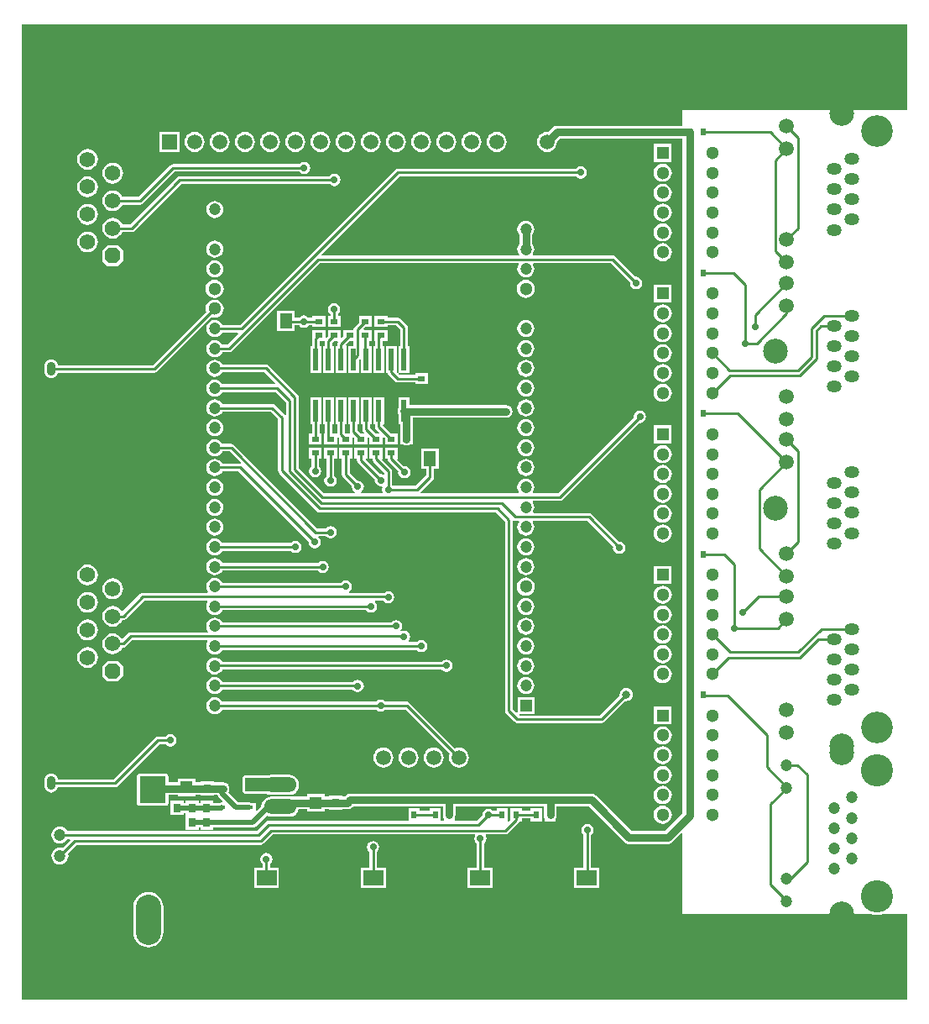
<source format=gtl>
%FSLAX44Y44*%
%MOMM*%
G71*
G01*
G75*
G04 Layer_Physical_Order=1*
G04 Layer_Color=255*
%ADD10R,0.6000X2.2000*%
%ADD11R,2.0000X1.5000*%
%ADD12R,0.8000X0.6000*%
%ADD13R,0.6000X0.8000*%
%ADD14R,1.2700X1.5240*%
%ADD15R,1.2700X1.2700*%
%ADD16R,0.8000X0.9000*%
%ADD17R,0.8000X0.4000*%
%ADD18O,3.3000X1.5000*%
%ADD19C,0.2540*%
%ADD20C,0.7620*%
%ADD21C,0.5080*%
%ADD22R,2.6590X2.6992*%
%ADD23R,3.6830X1.3208*%
%ADD24O,5.0800X2.5400*%
%ADD25O,2.5400X5.0800*%
%ADD26P,1.7046X8X112.5*%
%ADD27C,1.5748*%
%ADD28C,1.5750*%
%ADD29O,3.0000X5.0000*%
%ADD30C,2.5000*%
%ADD31C,3.2500*%
%ADD32C,1.2000*%
%ADD33O,1.5000X1.2000*%
%ADD34C,1.5000*%
%ADD35C,3.2000*%
%ADD36R,1.5000X1.5000*%
%ADD37C,1.3000*%
%ADD38R,1.2000X1.2000*%
%ADD39R,1.3000X1.3000*%
%ADD40O,0.9000X1.4000*%
%ADD41C,4.0000*%
%ADD42C,0.7112*%
%ADD43C,0.8000*%
G36*
X896374Y900000D02*
X669800D01*
X670000Y899800D01*
Y884474D01*
X543144D01*
X540666Y883982D01*
X538566Y882578D01*
X534098Y878110D01*
X533240Y878223D01*
X530619Y877878D01*
X528177Y876866D01*
X526079Y875257D01*
X524470Y873159D01*
X523458Y870717D01*
X523113Y868096D01*
X523458Y865475D01*
X524470Y863033D01*
X526079Y860935D01*
X528177Y859326D01*
X530619Y858314D01*
X533240Y857969D01*
X535861Y858314D01*
X538303Y859326D01*
X540401Y860935D01*
X542010Y863033D01*
X543022Y865475D01*
X543367Y868096D01*
X543254Y868953D01*
X545826Y871526D01*
X670000D01*
Y191156D01*
X652318Y173474D01*
X618432D01*
X582578Y209328D01*
X580478Y210732D01*
X578000Y211224D01*
X334750D01*
X332272Y210732D01*
X330172Y209328D01*
X329275Y208431D01*
X326540D01*
Y208989D01*
X313460D01*
Y208431D01*
X308918D01*
Y210847D01*
X291138D01*
Y208431D01*
X267958D01*
X266421Y208125D01*
X255000D01*
X252379Y207780D01*
X249937Y206769D01*
X247839Y205159D01*
X246230Y203062D01*
X245218Y200620D01*
X244888Y198111D01*
X240713Y193936D01*
X239540Y194422D01*
Y201793D01*
X235349D01*
X234982Y202038D01*
X233000Y202432D01*
X221727D01*
X211540Y212619D01*
Y212829D01*
X212230Y213862D01*
X212722Y216339D01*
X212230Y218817D01*
X211540Y219849D01*
Y220793D01*
X210909D01*
X210826Y220917D01*
X208726Y222321D01*
X206248Y222814D01*
X197150D01*
Y223379D01*
X184070D01*
Y222814D01*
X178177D01*
Y226385D01*
X160397D01*
Y222814D01*
X151180D01*
Y228949D01*
X150983Y229940D01*
X150421Y230780D01*
X149581Y231341D01*
X148590Y231539D01*
X122000D01*
X121009Y231341D01*
X120169Y230780D01*
X119607Y229940D01*
X119410Y228949D01*
Y201957D01*
X119607Y200966D01*
X120169Y200126D01*
X121009Y199564D01*
X122000Y199367D01*
X148590D01*
X149581Y199564D01*
X150421Y200126D01*
X150983Y200966D01*
X151180Y201957D01*
Y209865D01*
X160397D01*
Y208605D01*
X178177D01*
Y209865D01*
X184070D01*
Y209299D01*
X197150D01*
Y209865D01*
X200212D01*
X200215Y209852D01*
X201338Y208172D01*
X206046Y203463D01*
X205447Y202343D01*
X205000Y202432D01*
X203473Y202129D01*
X196340D01*
Y203989D01*
X183260D01*
Y202129D01*
X181540D01*
Y203989D01*
X168460D01*
Y202129D01*
X166540D01*
Y203989D01*
X153460D01*
Y189909D01*
X166540D01*
Y191769D01*
X168460D01*
Y189909D01*
X168460Y189909D01*
X168460Y188989D01*
X168460D01*
Y174909D01*
X181540D01*
Y176769D01*
X183260D01*
Y174909D01*
X196340D01*
Y176769D01*
X236051D01*
X238033Y177164D01*
X239713Y178286D01*
X239713Y178286D01*
X239713Y178286D01*
X250445Y189018D01*
X252379Y188217D01*
X255000Y187872D01*
X273000D01*
X275621Y188217D01*
X278063Y189229D01*
X280161Y190838D01*
X281770Y192936D01*
X282782Y195378D01*
X282795Y195483D01*
X291138D01*
Y193067D01*
X308918D01*
Y195483D01*
X313460D01*
Y194909D01*
X326540D01*
Y195483D01*
X331957D01*
X334435Y195975D01*
X336535Y197379D01*
X336535Y197379D01*
X336535Y197379D01*
X337432Y198276D01*
X427972D01*
Y190008D01*
X428464Y187530D01*
X428906Y186870D01*
Y183885D01*
X425986D01*
Y196548D01*
X414906D01*
Y193893D01*
X404540D01*
Y196548D01*
X393460D01*
Y183885D01*
X252644D01*
X251157Y183589D01*
X249897Y182747D01*
X240535Y173385D01*
X49384D01*
X49210Y173807D01*
X47841Y175591D01*
X46057Y176960D01*
X43979Y177820D01*
X41750Y178114D01*
X39521Y177820D01*
X37443Y176960D01*
X35659Y175591D01*
X34290Y173807D01*
X33430Y171729D01*
X33136Y169500D01*
X33430Y167271D01*
X34290Y165193D01*
X35659Y163409D01*
X37443Y162040D01*
X39521Y161180D01*
X41750Y160886D01*
X43979Y161180D01*
X46057Y162040D01*
X47841Y163409D01*
X49210Y165193D01*
X49384Y165615D01*
X51712D01*
X52198Y164442D01*
X44402Y156645D01*
X43979Y156820D01*
X41750Y157114D01*
X39521Y156820D01*
X37443Y155960D01*
X35659Y154591D01*
X34290Y152807D01*
X33430Y150729D01*
X33136Y148500D01*
X33430Y146271D01*
X34290Y144193D01*
X35659Y142409D01*
X37443Y141040D01*
X39521Y140180D01*
X41750Y139886D01*
X43979Y140180D01*
X46057Y141040D01*
X47841Y142409D01*
X49210Y144193D01*
X50070Y146271D01*
X50364Y148500D01*
X50070Y150729D01*
X49895Y151152D01*
X58435Y159691D01*
X244348D01*
X245835Y159987D01*
X247095Y160829D01*
X247095Y160829D01*
X247095Y160829D01*
X256381Y170115D01*
X460144D01*
X460743Y168995D01*
X460188Y168165D01*
X459715Y165786D01*
X460188Y163407D01*
X461535Y161391D01*
X462045Y161050D01*
Y136600D01*
X452892D01*
Y116520D01*
X477972D01*
Y136600D01*
X469815D01*
Y161050D01*
X470325Y161391D01*
X471672Y163407D01*
X472145Y165786D01*
X471672Y168165D01*
X471117Y168995D01*
X471716Y170115D01*
X491000D01*
X492487Y170411D01*
X493747Y171253D01*
X493747Y171253D01*
X493747Y171253D01*
X504747Y182253D01*
X505559Y183468D01*
X507540D01*
Y186123D01*
X516768D01*
Y183468D01*
X527848D01*
Y196548D01*
X516768D01*
Y193893D01*
X507540D01*
Y196548D01*
X496460D01*
Y184954D01*
X494713Y183207D01*
X493540Y183693D01*
Y196548D01*
X482460D01*
Y193893D01*
X478731D01*
X478395Y194395D01*
X476379Y195742D01*
X474000Y196215D01*
X471622Y195742D01*
X469605Y194395D01*
X468258Y192379D01*
X467785Y190000D01*
X467904Y189398D01*
X462391Y183885D01*
X439986D01*
Y186870D01*
X440428Y187530D01*
X440920Y190008D01*
Y198276D01*
X529834D01*
Y190008D01*
X530326Y187530D01*
X530768Y186870D01*
Y183468D01*
X541848D01*
Y186870D01*
X542290Y187530D01*
X542783Y190008D01*
Y198276D01*
X575318D01*
X611172Y162422D01*
X613272Y161018D01*
X615750Y160526D01*
X655000D01*
X657478Y161018D01*
X659578Y162422D01*
X668827Y171670D01*
X670000Y171185D01*
Y90250D01*
X859833D01*
X862200Y89532D01*
X865884Y89169D01*
X869567Y89532D01*
X871935Y90250D01*
X896374D01*
Y3626D01*
X3626D01*
Y986374D01*
X896374D01*
Y900000D01*
D02*
G37*
%LPC*%
G36*
X511862Y448614D02*
X509633Y448320D01*
X507555Y447460D01*
X505771Y446091D01*
X504402Y444307D01*
X503542Y442229D01*
X503248Y440000D01*
X503542Y437771D01*
X504402Y435693D01*
X505771Y433909D01*
X507555Y432540D01*
X509633Y431680D01*
X511862Y431386D01*
X514091Y431680D01*
X516169Y432540D01*
X517953Y433909D01*
X519322Y435693D01*
X520182Y437771D01*
X520476Y440000D01*
X520182Y442229D01*
X519322Y444307D01*
X517953Y446091D01*
X516169Y447460D01*
X514091Y448320D01*
X511862Y448614D01*
D02*
G37*
G36*
X659040Y440790D02*
X640960D01*
Y422710D01*
X659040D01*
Y440790D01*
D02*
G37*
G36*
X69600Y442259D02*
X66882Y441901D01*
X64348Y440852D01*
X62173Y439183D01*
X60504Y437007D01*
X59454Y434474D01*
X59096Y431755D01*
X59454Y429037D01*
X60504Y426503D01*
X62173Y424328D01*
X64348Y422659D01*
X66882Y421609D01*
X69600Y421251D01*
X72319Y421609D01*
X74852Y422659D01*
X77028Y424328D01*
X78697Y426503D01*
X79746Y429037D01*
X80104Y431755D01*
X79746Y434474D01*
X78697Y437007D01*
X77028Y439183D01*
X74852Y440852D01*
X72319Y441901D01*
X69600Y442259D01*
D02*
G37*
G36*
X197862Y448614D02*
X195633Y448320D01*
X193555Y447460D01*
X191771Y446091D01*
X190402Y444307D01*
X189542Y442229D01*
X189248Y440000D01*
X189542Y437771D01*
X190402Y435693D01*
X191771Y433909D01*
X193555Y432540D01*
X195633Y431680D01*
X197862Y431386D01*
X200091Y431680D01*
X202169Y432540D01*
X203953Y433909D01*
X205322Y435693D01*
X205497Y436115D01*
X301922D01*
X302531Y435203D01*
X304548Y433856D01*
X306926Y433383D01*
X309305Y433856D01*
X311321Y435203D01*
X312668Y437220D01*
X313141Y439598D01*
X312668Y441977D01*
X311321Y443993D01*
X309305Y445340D01*
X306926Y445813D01*
X304548Y445340D01*
X302531Y443993D01*
X302459Y443885D01*
X205497D01*
X205322Y444307D01*
X203953Y446091D01*
X202169Y447460D01*
X200091Y448320D01*
X197862Y448614D01*
D02*
G37*
G36*
X650000Y482618D02*
X647640Y482307D01*
X645441Y481396D01*
X643553Y479947D01*
X642104Y478059D01*
X641193Y475860D01*
X640882Y473500D01*
X641193Y471140D01*
X642104Y468941D01*
X643553Y467053D01*
X645441Y465604D01*
X647640Y464693D01*
X650000Y464382D01*
X652360Y464693D01*
X654559Y465604D01*
X656447Y467053D01*
X657896Y468941D01*
X658807Y471140D01*
X659118Y473500D01*
X658807Y475860D01*
X657896Y478059D01*
X656447Y479947D01*
X654559Y481396D01*
X652360Y482307D01*
X650000Y482618D01*
D02*
G37*
G36*
X197862Y468614D02*
X195633Y468320D01*
X193555Y467460D01*
X191771Y466091D01*
X190402Y464307D01*
X189542Y462229D01*
X189248Y460000D01*
X189542Y457771D01*
X190402Y455693D01*
X191771Y453909D01*
X193555Y452540D01*
X195633Y451680D01*
X197862Y451386D01*
X200091Y451680D01*
X202169Y452540D01*
X203953Y453909D01*
X205322Y455693D01*
X205497Y456115D01*
X274504D01*
X274845Y455605D01*
X276861Y454258D01*
X279240Y453784D01*
X281618Y454258D01*
X283635Y455605D01*
X284982Y457621D01*
X285455Y460000D01*
X284982Y462379D01*
X283635Y464395D01*
X281618Y465742D01*
X279240Y466215D01*
X276861Y465742D01*
X274845Y464395D01*
X274504Y463885D01*
X205497D01*
X205322Y464307D01*
X203953Y466091D01*
X202169Y467460D01*
X200091Y468320D01*
X197862Y468614D01*
D02*
G37*
G36*
X511862Y468614D02*
X509633Y468320D01*
X507555Y467460D01*
X505771Y466091D01*
X504402Y464307D01*
X503542Y462229D01*
X503248Y460000D01*
X503542Y457771D01*
X504402Y455693D01*
X505771Y453909D01*
X507555Y452540D01*
X509633Y451680D01*
X511862Y451386D01*
X514091Y451680D01*
X516169Y452540D01*
X517953Y453909D01*
X519322Y455693D01*
X520182Y457771D01*
X520476Y460000D01*
X520182Y462229D01*
X519322Y464307D01*
X517953Y466091D01*
X516169Y467460D01*
X514091Y468320D01*
X511862Y468614D01*
D02*
G37*
G36*
X69600Y414531D02*
X66882Y414173D01*
X64348Y413124D01*
X62173Y411455D01*
X60504Y409279D01*
X59454Y406746D01*
X59096Y404027D01*
X59454Y401309D01*
X60504Y398775D01*
X62173Y396600D01*
X64348Y394931D01*
X66882Y393881D01*
X69600Y393523D01*
X72319Y393881D01*
X74852Y394931D01*
X77028Y396600D01*
X78697Y398775D01*
X79746Y401309D01*
X80104Y404027D01*
X79746Y406746D01*
X78697Y409279D01*
X77028Y411455D01*
X74852Y413124D01*
X72319Y414173D01*
X69600Y414531D01*
D02*
G37*
G36*
X511862Y408614D02*
X509633Y408320D01*
X507555Y407460D01*
X505771Y406091D01*
X504402Y404307D01*
X503542Y402229D01*
X503248Y400000D01*
X503542Y397771D01*
X504402Y395693D01*
X505771Y393909D01*
X507555Y392540D01*
X509633Y391680D01*
X511862Y391386D01*
X514091Y391680D01*
X516169Y392540D01*
X517953Y393909D01*
X519322Y395693D01*
X520182Y397771D01*
X520476Y400000D01*
X520182Y402229D01*
X519322Y404307D01*
X517953Y406091D01*
X516169Y407460D01*
X514091Y408320D01*
X511862Y408614D01*
D02*
G37*
G36*
X650000Y400868D02*
X647640Y400557D01*
X645441Y399646D01*
X643553Y398197D01*
X642104Y396309D01*
X641193Y394110D01*
X640882Y391750D01*
X641193Y389390D01*
X642104Y387191D01*
X643553Y385303D01*
X645441Y383854D01*
X647640Y382943D01*
X650000Y382632D01*
X652360Y382943D01*
X654559Y383854D01*
X656447Y385303D01*
X657896Y387191D01*
X658807Y389390D01*
X659118Y391750D01*
X658807Y394110D01*
X657896Y396309D01*
X656447Y398197D01*
X654559Y399646D01*
X652360Y400557D01*
X650000Y400868D01*
D02*
G37*
G36*
Y420868D02*
X647640Y420557D01*
X645441Y419646D01*
X643553Y418197D01*
X642104Y416309D01*
X641193Y414110D01*
X640882Y411750D01*
X641193Y409390D01*
X642104Y407191D01*
X643553Y405303D01*
X645441Y403854D01*
X647640Y402943D01*
X650000Y402632D01*
X652360Y402943D01*
X654559Y403854D01*
X656447Y405303D01*
X657896Y407191D01*
X658807Y409390D01*
X659118Y411750D01*
X658807Y414110D01*
X657896Y416309D01*
X656447Y418197D01*
X654559Y419646D01*
X652360Y420557D01*
X650000Y420868D01*
D02*
G37*
G36*
X511862Y429118D02*
X509502Y428807D01*
X507303Y427896D01*
X505415Y426447D01*
X503966Y424559D01*
X503055Y422360D01*
X502744Y420000D01*
X503055Y417640D01*
X503966Y415441D01*
X505415Y413553D01*
X507303Y412104D01*
X509502Y411193D01*
X511862Y410882D01*
X514222Y411193D01*
X516421Y412104D01*
X518309Y413553D01*
X519758Y415441D01*
X520669Y417640D01*
X520980Y420000D01*
X520669Y422360D01*
X519758Y424559D01*
X518309Y426447D01*
X516421Y427896D01*
X514222Y428807D01*
X511862Y429118D01*
D02*
G37*
G36*
X95000Y428289D02*
X92281Y427931D01*
X89748Y426882D01*
X87572Y425212D01*
X85903Y423037D01*
X84853Y420503D01*
X84495Y417784D01*
X84853Y415065D01*
X85903Y412532D01*
X87572Y410356D01*
X89748Y408687D01*
X92281Y407637D01*
X95000Y407279D01*
X97719Y407637D01*
X100253Y408687D01*
X102428Y410356D01*
X104098Y412532D01*
X105147Y415065D01*
X105505Y417784D01*
X105147Y420503D01*
X104098Y423037D01*
X102428Y425212D01*
X100253Y426882D01*
X97719Y427931D01*
X95000Y428289D01*
D02*
G37*
G36*
X197862Y428614D02*
X195633Y428320D01*
X193555Y427460D01*
X191771Y426091D01*
X190402Y424307D01*
X189542Y422229D01*
X189248Y420000D01*
X189542Y417771D01*
X190402Y415693D01*
X191062Y414834D01*
X190500Y413695D01*
X125270D01*
X123784Y413399D01*
X122523Y412557D01*
X105289Y395322D01*
X104022Y395406D01*
X102428Y397482D01*
X100253Y399152D01*
X97719Y400201D01*
X95000Y400559D01*
X92281Y400201D01*
X89748Y399152D01*
X87572Y397482D01*
X85903Y395307D01*
X84853Y392773D01*
X84495Y390054D01*
X84853Y387335D01*
X85903Y384802D01*
X87572Y382626D01*
X89748Y380957D01*
X92281Y379907D01*
X95000Y379549D01*
X97719Y379907D01*
X100253Y380957D01*
X102428Y382626D01*
X104098Y384802D01*
X104664Y386170D01*
X105514D01*
X107001Y386465D01*
X108261Y387307D01*
X108261Y387307D01*
X108261Y387307D01*
X126879Y405925D01*
X190209D01*
X190770Y404786D01*
X190402Y404307D01*
X189542Y402229D01*
X189248Y400000D01*
X189542Y397771D01*
X190402Y395693D01*
X191771Y393909D01*
X193555Y392540D01*
X195633Y391680D01*
X197862Y391386D01*
X200091Y391680D01*
X202169Y392540D01*
X203953Y393909D01*
X205322Y395693D01*
X205497Y396115D01*
X350704D01*
X351045Y395605D01*
X353061Y394258D01*
X355440Y393784D01*
X357818Y394258D01*
X359835Y395605D01*
X361182Y397621D01*
X361655Y400000D01*
X361182Y402378D01*
X359835Y404395D01*
X359363Y404710D01*
X359732Y405925D01*
X367821D01*
X368558Y404821D01*
X370575Y403474D01*
X372953Y403001D01*
X375332Y403474D01*
X377348Y404821D01*
X378696Y406838D01*
X379169Y409216D01*
X378696Y411595D01*
X377348Y413611D01*
X375332Y414959D01*
X372953Y415432D01*
X370575Y414959D01*
X368683Y413695D01*
X333763D01*
X333395Y414910D01*
X334435Y415605D01*
X335782Y417621D01*
X336255Y420000D01*
X335782Y422379D01*
X334435Y424395D01*
X332419Y425742D01*
X330040Y426215D01*
X327662Y425742D01*
X325645Y424395D01*
X325304Y423885D01*
X205497D01*
X205322Y424307D01*
X203953Y426091D01*
X202169Y427460D01*
X200091Y428320D01*
X197862Y428614D01*
D02*
G37*
G36*
X511862Y548614D02*
X509633Y548320D01*
X507555Y547460D01*
X505771Y546091D01*
X504402Y544307D01*
X503542Y542229D01*
X503248Y540000D01*
X503542Y537771D01*
X504402Y535693D01*
X505771Y533909D01*
X507555Y532540D01*
X509633Y531680D01*
X511862Y531386D01*
X514091Y531680D01*
X516169Y532540D01*
X517953Y533909D01*
X519322Y535693D01*
X520182Y537771D01*
X520476Y540000D01*
X520182Y542229D01*
X519322Y544307D01*
X517953Y546091D01*
X516169Y547460D01*
X514091Y548320D01*
X511862Y548614D01*
D02*
G37*
G36*
X305909Y560118D02*
X292829D01*
Y549038D01*
X295484D01*
Y541150D01*
X294911Y540767D01*
X293564Y538750D01*
X293091Y536372D01*
X293564Y533993D01*
X294911Y531977D01*
X296928Y530630D01*
X299306Y530157D01*
X301684Y530630D01*
X303701Y531977D01*
X305048Y533993D01*
X305521Y536372D01*
X305048Y538750D01*
X303701Y540767D01*
X303253Y541066D01*
Y549038D01*
X305909D01*
Y560118D01*
D02*
G37*
G36*
X382658D02*
X369578D01*
Y549038D01*
X372234D01*
Y548460D01*
X372529Y546973D01*
X373372Y545713D01*
X383126Y535958D01*
X383007Y535356D01*
X383480Y532977D01*
X384827Y530961D01*
X386843Y529614D01*
X389222Y529141D01*
X391600Y529614D01*
X393617Y530961D01*
X394964Y532977D01*
X395437Y535356D01*
X394964Y537734D01*
X393617Y539751D01*
X391600Y541098D01*
X389222Y541571D01*
X388620Y541452D01*
X382183Y547889D01*
X382658Y549038D01*
X382658D01*
X382658Y549038D01*
Y560118D01*
D02*
G37*
G36*
X197862Y568614D02*
X195633Y568320D01*
X193555Y567460D01*
X191771Y566091D01*
X190402Y564307D01*
X189542Y562229D01*
X189248Y560000D01*
X189542Y557771D01*
X190402Y555693D01*
X191771Y553909D01*
X193555Y552540D01*
X195633Y551680D01*
X197862Y551386D01*
X200091Y551680D01*
X202169Y552540D01*
X203953Y553909D01*
X205322Y555693D01*
X205497Y556115D01*
X213109D01*
X224239Y544985D01*
X223641Y543865D01*
X223542Y543885D01*
X205497D01*
X205322Y544307D01*
X203953Y546091D01*
X202169Y547460D01*
X200091Y548320D01*
X197862Y548614D01*
X195633Y548320D01*
X193555Y547460D01*
X191771Y546091D01*
X190402Y544307D01*
X189542Y542229D01*
X189248Y540000D01*
X189542Y537771D01*
X190402Y535693D01*
X191771Y533909D01*
X193555Y532540D01*
X195633Y531680D01*
X197862Y531386D01*
X200091Y531680D01*
X202169Y532540D01*
X203953Y533909D01*
X205322Y535693D01*
X205497Y536115D01*
X221933D01*
X292702Y465346D01*
X292583Y464744D01*
X293056Y462365D01*
X294403Y460349D01*
X296420Y459002D01*
X298798Y458529D01*
X301176Y459002D01*
X303193Y460349D01*
X304540Y462365D01*
X305013Y464744D01*
X304540Y467122D01*
X303193Y469139D01*
X302578Y469550D01*
X302946Y470765D01*
X309982D01*
X310324Y470255D01*
X312340Y468908D01*
X314718Y468435D01*
X317097Y468908D01*
X319113Y470255D01*
X320461Y472271D01*
X320934Y474650D01*
X320461Y477029D01*
X319113Y479045D01*
X317097Y480392D01*
X314718Y480865D01*
X312340Y480392D01*
X310324Y479045D01*
X309982Y478535D01*
X301677D01*
X217465Y562747D01*
X216205Y563589D01*
X214718Y563885D01*
X205497D01*
X205322Y564307D01*
X203953Y566091D01*
X202169Y567460D01*
X200091Y568320D01*
X197862Y568614D01*
D02*
G37*
G36*
X394468Y610678D02*
X383388D01*
Y600276D01*
X382947Y599616D01*
X382454Y597138D01*
X382947Y594660D01*
X383388Y593999D01*
Y583598D01*
X384994D01*
Y574118D01*
X384928D01*
Y563038D01*
X388330D01*
X388991Y562596D01*
X391468Y562104D01*
X393946Y562596D01*
X394607Y563038D01*
X398008D01*
Y574118D01*
X397943D01*
Y590096D01*
X492092D01*
X494570Y590588D01*
X496670Y591992D01*
X498074Y594092D01*
X498566Y596570D01*
X498074Y599048D01*
X496670Y601148D01*
X494570Y602552D01*
X492092Y603044D01*
X394468D01*
Y610678D01*
D02*
G37*
G36*
X511862Y568614D02*
X509633Y568320D01*
X507555Y567460D01*
X505771Y566091D01*
X504402Y564307D01*
X503542Y562229D01*
X503248Y560000D01*
X503542Y557771D01*
X504402Y555693D01*
X505771Y553909D01*
X507555Y552540D01*
X509633Y551680D01*
X511862Y551386D01*
X514091Y551680D01*
X516169Y552540D01*
X517953Y553909D01*
X519322Y555693D01*
X520182Y557771D01*
X520476Y560000D01*
X520182Y562229D01*
X519322Y564307D01*
X517953Y566091D01*
X516169Y567460D01*
X514091Y568320D01*
X511862Y568614D01*
D02*
G37*
G36*
X650000Y562618D02*
X647640Y562307D01*
X645441Y561396D01*
X643553Y559947D01*
X642104Y558059D01*
X641193Y555860D01*
X640882Y553500D01*
X641193Y551140D01*
X642104Y548941D01*
X643553Y547053D01*
X645441Y545604D01*
X647640Y544693D01*
X650000Y544382D01*
X652360Y544693D01*
X654559Y545604D01*
X656447Y547053D01*
X657896Y548941D01*
X658807Y551140D01*
X659118Y553500D01*
X658807Y555860D01*
X657896Y558059D01*
X656447Y559947D01*
X654559Y561396D01*
X652360Y562307D01*
X650000Y562618D01*
D02*
G37*
G36*
X197862Y508614D02*
X195633Y508320D01*
X193555Y507460D01*
X191771Y506091D01*
X190402Y504307D01*
X189542Y502229D01*
X189248Y500000D01*
X189542Y497771D01*
X190402Y495693D01*
X191771Y493909D01*
X193555Y492540D01*
X195633Y491680D01*
X197862Y491386D01*
X200091Y491680D01*
X202169Y492540D01*
X203953Y493909D01*
X205322Y495693D01*
X206182Y497771D01*
X206476Y500000D01*
X206182Y502229D01*
X205322Y504307D01*
X203953Y506091D01*
X202169Y507460D01*
X200091Y508320D01*
X197862Y508614D01*
D02*
G37*
G36*
X650000Y502618D02*
X647640Y502307D01*
X645441Y501396D01*
X643553Y499947D01*
X642104Y498059D01*
X641193Y495860D01*
X640882Y493500D01*
X641193Y491140D01*
X642104Y488941D01*
X643553Y487053D01*
X645441Y485604D01*
X647640Y484693D01*
X650000Y484382D01*
X652360Y484693D01*
X654559Y485604D01*
X656447Y487053D01*
X657896Y488941D01*
X658807Y491140D01*
X659118Y493500D01*
X658807Y495860D01*
X657896Y498059D01*
X656447Y499947D01*
X654559Y501396D01*
X652360Y502307D01*
X650000Y502618D01*
D02*
G37*
G36*
X197862Y488614D02*
X195633Y488320D01*
X193555Y487460D01*
X191771Y486091D01*
X190402Y484307D01*
X189542Y482229D01*
X189248Y480000D01*
X189542Y477771D01*
X190402Y475693D01*
X191771Y473909D01*
X193555Y472540D01*
X195633Y471680D01*
X197862Y471386D01*
X200091Y471680D01*
X202169Y472540D01*
X203953Y473909D01*
X205322Y475693D01*
X206182Y477771D01*
X206476Y480000D01*
X206182Y482229D01*
X205322Y484307D01*
X203953Y486091D01*
X202169Y487460D01*
X200091Y488320D01*
X197862Y488614D01*
D02*
G37*
G36*
X650000Y522618D02*
X647640Y522307D01*
X645441Y521396D01*
X643553Y519947D01*
X642104Y518059D01*
X641193Y515860D01*
X640882Y513500D01*
X641193Y511140D01*
X642104Y508941D01*
X643553Y507053D01*
X645441Y505604D01*
X647640Y504693D01*
X650000Y504382D01*
X652360Y504693D01*
X654559Y505604D01*
X656447Y507053D01*
X657896Y508941D01*
X658807Y511140D01*
X659118Y513500D01*
X658807Y515860D01*
X657896Y518059D01*
X656447Y519947D01*
X654559Y521396D01*
X652360Y522307D01*
X650000Y522618D01*
D02*
G37*
G36*
Y542618D02*
X647640Y542307D01*
X645441Y541396D01*
X643553Y539947D01*
X642104Y538059D01*
X641193Y535860D01*
X640882Y533500D01*
X641193Y531140D01*
X642104Y528941D01*
X643553Y527053D01*
X645441Y525604D01*
X647640Y524693D01*
X650000Y524382D01*
X652360Y524693D01*
X654559Y525604D01*
X656447Y527053D01*
X657896Y528941D01*
X658807Y531140D01*
X659118Y533500D01*
X658807Y535860D01*
X657896Y538059D01*
X656447Y539947D01*
X654559Y541396D01*
X652360Y542307D01*
X650000Y542618D01*
D02*
G37*
G36*
X321259Y560118D02*
X308179D01*
Y549038D01*
X310834D01*
Y531710D01*
X310324Y531369D01*
X308976Y529352D01*
X308503Y526974D01*
X308976Y524595D01*
X310324Y522579D01*
X312340Y521232D01*
X314718Y520759D01*
X317097Y521232D01*
X319113Y522579D01*
X320461Y524595D01*
X320934Y526974D01*
X320461Y529352D01*
X319113Y531369D01*
X318603Y531710D01*
Y549038D01*
X321259D01*
Y560118D01*
D02*
G37*
G36*
X197862Y528614D02*
X195633Y528320D01*
X193555Y527460D01*
X191771Y526091D01*
X190402Y524307D01*
X189542Y522229D01*
X189248Y520000D01*
X189542Y517771D01*
X190402Y515693D01*
X191771Y513909D01*
X193555Y512540D01*
X195633Y511680D01*
X197862Y511386D01*
X200091Y511680D01*
X202169Y512540D01*
X203953Y513909D01*
X205322Y515693D01*
X206182Y517771D01*
X206476Y520000D01*
X206182Y522229D01*
X205322Y524307D01*
X203953Y526091D01*
X202169Y527460D01*
X200091Y528320D01*
X197862Y528614D01*
D02*
G37*
G36*
X511862Y388614D02*
X509633Y388320D01*
X507555Y387460D01*
X505771Y386091D01*
X504402Y384307D01*
X503542Y382229D01*
X503248Y380000D01*
X503542Y377771D01*
X504402Y375693D01*
X505771Y373909D01*
X507555Y372540D01*
X509633Y371680D01*
X511862Y371386D01*
X514091Y371680D01*
X516169Y372540D01*
X517953Y373909D01*
X519322Y375693D01*
X520182Y377771D01*
X520476Y380000D01*
X520182Y382229D01*
X519322Y384307D01*
X517953Y386091D01*
X516169Y387460D01*
X514091Y388320D01*
X511862Y388614D01*
D02*
G37*
G36*
X393540Y257701D02*
X390919Y257356D01*
X388477Y256344D01*
X386379Y254735D01*
X384770Y252637D01*
X383758Y250195D01*
X383413Y247574D01*
X383758Y244953D01*
X384770Y242511D01*
X386379Y240413D01*
X388477Y238804D01*
X390919Y237792D01*
X393540Y237447D01*
X396161Y237792D01*
X398603Y238804D01*
X400701Y240413D01*
X402310Y242511D01*
X403322Y244953D01*
X403667Y247574D01*
X403322Y250195D01*
X402310Y252637D01*
X400701Y254735D01*
X398603Y256344D01*
X396161Y257356D01*
X393540Y257701D01*
D02*
G37*
G36*
X368140D02*
X365519Y257356D01*
X363077Y256344D01*
X360979Y254735D01*
X359370Y252637D01*
X358358Y250195D01*
X358013Y247574D01*
X358358Y244953D01*
X359370Y242511D01*
X360979Y240413D01*
X363077Y238804D01*
X365519Y237792D01*
X368140Y237447D01*
X370761Y237792D01*
X373203Y238804D01*
X375301Y240413D01*
X376910Y242511D01*
X377922Y244953D01*
X378267Y247574D01*
X377922Y250195D01*
X376910Y252637D01*
X375301Y254735D01*
X373203Y256344D01*
X370761Y257356D01*
X368140Y257701D01*
D02*
G37*
G36*
X650000Y239118D02*
X647640Y238807D01*
X645441Y237896D01*
X643553Y236447D01*
X642104Y234559D01*
X641193Y232360D01*
X640882Y230000D01*
X641193Y227640D01*
X642104Y225441D01*
X643553Y223553D01*
X645441Y222104D01*
X647640Y221193D01*
X650000Y220882D01*
X652360Y221193D01*
X654559Y222104D01*
X656447Y223553D01*
X657896Y225441D01*
X658807Y227640D01*
X659118Y230000D01*
X658807Y232360D01*
X657896Y234559D01*
X656447Y236447D01*
X654559Y237896D01*
X652360Y238807D01*
X650000Y239118D01*
D02*
G37*
G36*
X418940Y257701D02*
X416319Y257356D01*
X413877Y256344D01*
X411779Y254735D01*
X410170Y252637D01*
X409158Y250195D01*
X408813Y247574D01*
X409158Y244953D01*
X410170Y242511D01*
X411779Y240413D01*
X413877Y238804D01*
X416319Y237792D01*
X418940Y237447D01*
X421561Y237792D01*
X424003Y238804D01*
X426101Y240413D01*
X427710Y242511D01*
X428722Y244953D01*
X429067Y247574D01*
X428722Y250195D01*
X427710Y252637D01*
X426101Y254735D01*
X424003Y256344D01*
X421561Y257356D01*
X418940Y257701D01*
D02*
G37*
G36*
X153000Y271215D02*
X150622Y270742D01*
X148605Y269395D01*
X148264Y268885D01*
X140793D01*
X139306Y268589D01*
X138046Y267747D01*
X96000Y225701D01*
X39918D01*
X39859Y226154D01*
X39149Y227866D01*
X38021Y229337D01*
X36550Y230465D01*
X34838Y231175D01*
X33000Y231417D01*
X31162Y231175D01*
X29450Y230465D01*
X27979Y229337D01*
X26851Y227866D01*
X26141Y226154D01*
X25899Y224316D01*
Y219316D01*
X26141Y217478D01*
X26851Y215766D01*
X27979Y214295D01*
X29450Y213167D01*
X31162Y212457D01*
X33000Y212215D01*
X34838Y212457D01*
X36550Y213167D01*
X38021Y214295D01*
X39149Y215766D01*
X39859Y217478D01*
X39918Y217931D01*
X97609D01*
X99095Y218227D01*
X100356Y219069D01*
X142402Y261115D01*
X148264D01*
X148605Y260605D01*
X150622Y259258D01*
X153000Y258785D01*
X155379Y259258D01*
X157395Y260605D01*
X158742Y262621D01*
X159215Y265000D01*
X158742Y267379D01*
X157395Y269395D01*
X155379Y270742D01*
X153000Y271215D01*
D02*
G37*
G36*
X650000Y259118D02*
X647640Y258807D01*
X645441Y257896D01*
X643553Y256447D01*
X642104Y254559D01*
X641193Y252360D01*
X640882Y250000D01*
X641193Y247640D01*
X642104Y245441D01*
X643553Y243553D01*
X645441Y242104D01*
X647640Y241193D01*
X650000Y240882D01*
X652360Y241193D01*
X654559Y242104D01*
X656447Y243553D01*
X657896Y245441D01*
X658807Y247640D01*
X659118Y250000D01*
X658807Y252360D01*
X657896Y254559D01*
X656447Y256447D01*
X654559Y257896D01*
X652360Y258807D01*
X650000Y259118D01*
D02*
G37*
G36*
X197862Y308614D02*
X195633Y308320D01*
X193555Y307460D01*
X191771Y306091D01*
X190402Y304307D01*
X189542Y302229D01*
X189248Y300000D01*
X189542Y297771D01*
X190402Y295693D01*
X191771Y293909D01*
X193555Y292540D01*
X195633Y291680D01*
X197862Y291386D01*
X200091Y291680D01*
X202169Y292540D01*
X203953Y293909D01*
X205322Y295693D01*
X205497Y296115D01*
X360610D01*
X360951Y295605D01*
X362967Y294258D01*
X365346Y293785D01*
X367724Y294258D01*
X369741Y295605D01*
X370082Y296115D01*
X390305D01*
X435047Y251374D01*
X434558Y250195D01*
X434213Y247574D01*
X434558Y244953D01*
X435570Y242511D01*
X437179Y240413D01*
X439277Y238804D01*
X441719Y237792D01*
X444340Y237447D01*
X446961Y237792D01*
X449403Y238804D01*
X451501Y240413D01*
X453110Y242511D01*
X454122Y244953D01*
X454467Y247574D01*
X454122Y250195D01*
X453110Y252637D01*
X451501Y254735D01*
X449403Y256344D01*
X446961Y257356D01*
X444340Y257701D01*
X441719Y257356D01*
X440540Y256867D01*
X394661Y302747D01*
X393401Y303589D01*
X391914Y303885D01*
X370082D01*
X369741Y304395D01*
X367724Y305742D01*
X365346Y306215D01*
X362967Y305742D01*
X360951Y304395D01*
X360610Y303885D01*
X205497D01*
X205322Y304307D01*
X203953Y306091D01*
X202169Y307460D01*
X200091Y308320D01*
X197862Y308614D01*
D02*
G37*
G36*
X357726Y163619D02*
X355348Y163146D01*
X353331Y161799D01*
X351984Y159782D01*
X351511Y157404D01*
X351984Y155026D01*
X353331Y153009D01*
X353841Y152668D01*
Y136600D01*
X345272D01*
Y116520D01*
X370353D01*
Y136600D01*
X361611D01*
Y152668D01*
X362121Y153009D01*
X363468Y155026D01*
X363941Y157404D01*
X363468Y159782D01*
X362121Y161799D01*
X360104Y163146D01*
X357726Y163619D01*
D02*
G37*
G36*
X250030Y151427D02*
X247652Y150954D01*
X245635Y149607D01*
X244288Y147591D01*
X243815Y145212D01*
X244288Y142833D01*
X245635Y140817D01*
X246145Y140476D01*
Y136600D01*
X237652D01*
Y116520D01*
X262733D01*
Y136600D01*
X253915D01*
Y140476D01*
X254425Y140817D01*
X255772Y142833D01*
X256245Y145212D01*
X255772Y147591D01*
X254425Y149607D01*
X252409Y150954D01*
X250030Y151427D01*
D02*
G37*
G36*
X130904Y112342D02*
X127916Y112048D01*
X125043Y111176D01*
X122396Y109761D01*
X120075Y107857D01*
X118171Y105536D01*
X116756Y102888D01*
X115884Y100016D01*
X115590Y97028D01*
Y71628D01*
X115884Y68640D01*
X116756Y65768D01*
X118171Y63120D01*
X120075Y60799D01*
X122396Y58895D01*
X125043Y57480D01*
X127916Y56609D01*
X130904Y56314D01*
X133891Y56609D01*
X136764Y57480D01*
X139412Y58895D01*
X141732Y60799D01*
X143637Y63120D01*
X145052Y65768D01*
X145923Y68640D01*
X146218Y71628D01*
Y97028D01*
X145923Y100016D01*
X145052Y102888D01*
X143637Y105536D01*
X141732Y107857D01*
X139412Y109761D01*
X136764Y111176D01*
X133891Y112048D01*
X130904Y112342D01*
D02*
G37*
G36*
X573880Y180637D02*
X571502Y180164D01*
X569485Y178817D01*
X568138Y176800D01*
X567665Y174422D01*
X568138Y172043D01*
X569485Y170027D01*
X569995Y169686D01*
Y136600D01*
X560513D01*
Y116520D01*
X585592D01*
Y136600D01*
X577765D01*
Y169686D01*
X578275Y170027D01*
X579622Y172043D01*
X580095Y174422D01*
X579622Y176800D01*
X578275Y178817D01*
X576259Y180164D01*
X573880Y180637D01*
D02*
G37*
G36*
X273000Y230126D02*
X255000D01*
X252379Y229781D01*
X252102Y229666D01*
X228600D01*
X227609Y229469D01*
X226769Y228907D01*
X226207Y228067D01*
X226010Y227076D01*
Y213868D01*
X226207Y212877D01*
X226460Y212499D01*
Y211713D01*
X227253D01*
X227609Y211475D01*
X228600Y211278D01*
X249872D01*
X249937Y211229D01*
X252379Y210217D01*
X255000Y209872D01*
X273000D01*
X275621Y210217D01*
X278063Y211229D01*
X280161Y212838D01*
X281770Y214936D01*
X282782Y217378D01*
X283127Y219999D01*
X282782Y222620D01*
X281770Y225062D01*
X280161Y227160D01*
X278063Y228769D01*
X275621Y229781D01*
X273000Y230126D01*
D02*
G37*
G36*
X650000Y219118D02*
X647640Y218807D01*
X645441Y217896D01*
X643553Y216447D01*
X642104Y214559D01*
X641193Y212360D01*
X640882Y210000D01*
X641193Y207640D01*
X642104Y205441D01*
X643553Y203553D01*
X645441Y202104D01*
X647640Y201193D01*
X650000Y200882D01*
X652360Y201193D01*
X654559Y202104D01*
X656447Y203553D01*
X657896Y205441D01*
X658807Y207640D01*
X659118Y210000D01*
X658807Y212360D01*
X657896Y214559D01*
X656447Y216447D01*
X654559Y217896D01*
X652360Y218807D01*
X650000Y219118D01*
D02*
G37*
G36*
Y199118D02*
X647640Y198807D01*
X645441Y197896D01*
X643553Y196447D01*
X642104Y194559D01*
X641193Y192360D01*
X640882Y190000D01*
X641193Y187640D01*
X642104Y185441D01*
X643553Y183553D01*
X645441Y182104D01*
X647640Y181193D01*
X650000Y180882D01*
X652360Y181193D01*
X654559Y182104D01*
X656447Y183553D01*
X657896Y185441D01*
X658807Y187640D01*
X659118Y190000D01*
X658807Y192360D01*
X657896Y194559D01*
X656447Y196447D01*
X654559Y197896D01*
X652360Y198807D01*
X650000Y199118D01*
D02*
G37*
G36*
Y360868D02*
X647640Y360557D01*
X645441Y359646D01*
X643553Y358197D01*
X642104Y356309D01*
X641193Y354110D01*
X640882Y351750D01*
X641193Y349390D01*
X642104Y347191D01*
X643553Y345303D01*
X645441Y343854D01*
X647640Y342943D01*
X650000Y342632D01*
X652360Y342943D01*
X654559Y343854D01*
X656447Y345303D01*
X657896Y347191D01*
X658807Y349390D01*
X659118Y351750D01*
X658807Y354110D01*
X657896Y356309D01*
X656447Y358197D01*
X654559Y359646D01*
X652360Y360557D01*
X650000Y360868D01*
D02*
G37*
G36*
X69600Y359075D02*
X66882Y358717D01*
X64348Y357667D01*
X62173Y355998D01*
X60504Y353823D01*
X59454Y351289D01*
X59096Y348571D01*
X59454Y345852D01*
X60504Y343319D01*
X62173Y341143D01*
X64348Y339474D01*
X66882Y338425D01*
X69600Y338067D01*
X72319Y338425D01*
X74852Y339474D01*
X77028Y341143D01*
X78697Y343319D01*
X79746Y345852D01*
X80104Y348571D01*
X79746Y351289D01*
X78697Y353823D01*
X77028Y355998D01*
X74852Y357667D01*
X72319Y358717D01*
X69600Y359075D01*
D02*
G37*
G36*
X197862Y348614D02*
X195633Y348320D01*
X193555Y347460D01*
X191771Y346091D01*
X190402Y344307D01*
X189542Y342229D01*
X189248Y340000D01*
X189542Y337771D01*
X190402Y335693D01*
X191771Y333909D01*
X193555Y332540D01*
X195633Y331680D01*
X197862Y331386D01*
X200091Y331680D01*
X202169Y332540D01*
X203953Y333909D01*
X205322Y335693D01*
X205614Y336399D01*
X426904D01*
X427245Y335889D01*
X429262Y334542D01*
X431640Y334069D01*
X434019Y334542D01*
X436035Y335889D01*
X437382Y337906D01*
X437855Y340284D01*
X437382Y342663D01*
X436035Y344679D01*
X434019Y346026D01*
X431640Y346499D01*
X429262Y346026D01*
X427245Y344679D01*
X426904Y344169D01*
X205379D01*
X205322Y344307D01*
X203953Y346091D01*
X202169Y347460D01*
X200091Y348320D01*
X197862Y348614D01*
D02*
G37*
G36*
X511862Y368614D02*
X509633Y368320D01*
X507555Y367460D01*
X505771Y366091D01*
X504402Y364307D01*
X503542Y362229D01*
X503248Y360000D01*
X503542Y357771D01*
X504402Y355693D01*
X505771Y353909D01*
X507555Y352540D01*
X509633Y351680D01*
X511862Y351386D01*
X514091Y351680D01*
X516169Y352540D01*
X517953Y353909D01*
X519322Y355693D01*
X520182Y357771D01*
X520476Y360000D01*
X520182Y362229D01*
X519322Y364307D01*
X517953Y366091D01*
X516169Y367460D01*
X514091Y368320D01*
X511862Y368614D01*
D02*
G37*
G36*
X197862Y388614D02*
X195633Y388320D01*
X193555Y387460D01*
X191771Y386091D01*
X190402Y384307D01*
X189542Y382229D01*
X189248Y380000D01*
X189542Y377771D01*
X190402Y375693D01*
X191062Y374834D01*
X190500Y373695D01*
X112995D01*
X111509Y373399D01*
X110248Y372557D01*
X105288Y367597D01*
X104021Y367680D01*
X102428Y369756D01*
X100252Y371426D01*
X97719Y372475D01*
X95000Y372833D01*
X92282Y372475D01*
X89748Y371426D01*
X87573Y369756D01*
X85904Y367581D01*
X84854Y365048D01*
X84496Y362329D01*
X84854Y359610D01*
X85904Y357077D01*
X87573Y354902D01*
X89748Y353232D01*
X92282Y352183D01*
X95000Y351825D01*
X97719Y352183D01*
X100252Y353232D01*
X102428Y354902D01*
X104097Y357077D01*
X104663Y358444D01*
X105514D01*
X107001Y358740D01*
X108261Y359582D01*
X114604Y365925D01*
X190209D01*
X190770Y364786D01*
X190402Y364307D01*
X189542Y362229D01*
X189248Y360000D01*
X189542Y357771D01*
X190402Y355693D01*
X191771Y353909D01*
X193555Y352540D01*
X195633Y351680D01*
X197862Y351386D01*
X200091Y351680D01*
X202169Y352540D01*
X203953Y353909D01*
X205322Y355693D01*
X205497Y356115D01*
X401504D01*
X401845Y355605D01*
X403862Y354258D01*
X406240Y353784D01*
X408619Y354258D01*
X410635Y355605D01*
X411982Y357621D01*
X412455Y360000D01*
X411982Y362378D01*
X410635Y364395D01*
X408619Y365742D01*
X406240Y366215D01*
X403862Y365742D01*
X401845Y364395D01*
X401504Y363885D01*
X393731D01*
X393363Y365099D01*
X394710Y367116D01*
X395183Y369494D01*
X394710Y371872D01*
X393363Y373889D01*
X391347Y375236D01*
X388968Y375709D01*
X386590Y375236D01*
X386404Y375112D01*
X385506Y376010D01*
X386582Y377621D01*
X387055Y380000D01*
X386582Y382378D01*
X385235Y384395D01*
X383218Y385742D01*
X380840Y386215D01*
X378461Y385742D01*
X376445Y384395D01*
X376104Y383885D01*
X205497D01*
X205322Y384307D01*
X203953Y386091D01*
X202169Y387460D01*
X200091Y388320D01*
X197862Y388614D01*
D02*
G37*
G36*
X69600Y386803D02*
X66882Y386445D01*
X64348Y385396D01*
X62173Y383726D01*
X60504Y381551D01*
X59454Y379018D01*
X59096Y376299D01*
X59454Y373580D01*
X60504Y371047D01*
X62173Y368872D01*
X64348Y367202D01*
X66882Y366153D01*
X69600Y365795D01*
X72319Y366153D01*
X74852Y367202D01*
X77028Y368872D01*
X78697Y371047D01*
X79746Y373580D01*
X80104Y376299D01*
X79746Y379018D01*
X78697Y381551D01*
X77028Y383726D01*
X74852Y385396D01*
X72319Y386445D01*
X69600Y386803D01*
D02*
G37*
G36*
X650000Y380868D02*
X647640Y380557D01*
X645441Y379646D01*
X643553Y378197D01*
X642104Y376309D01*
X641193Y374110D01*
X640882Y371750D01*
X641193Y369390D01*
X642104Y367191D01*
X643553Y365303D01*
X645441Y363854D01*
X647640Y362943D01*
X650000Y362632D01*
X652360Y362943D01*
X654559Y363854D01*
X656447Y365303D01*
X657896Y367191D01*
X658807Y369390D01*
X659118Y371750D01*
X658807Y374110D01*
X657896Y376309D01*
X656447Y378197D01*
X654559Y379646D01*
X652360Y380557D01*
X650000Y380868D01*
D02*
G37*
G36*
X511862Y328614D02*
X509633Y328320D01*
X507555Y327460D01*
X505771Y326091D01*
X504402Y324307D01*
X503542Y322229D01*
X503248Y320000D01*
X503542Y317771D01*
X504402Y315693D01*
X505771Y313909D01*
X507555Y312540D01*
X509633Y311680D01*
X511862Y311386D01*
X514091Y311680D01*
X516169Y312540D01*
X517953Y313909D01*
X519322Y315693D01*
X520182Y317771D01*
X520476Y320000D01*
X520182Y322229D01*
X519322Y324307D01*
X517953Y326091D01*
X516169Y327460D01*
X514091Y328320D01*
X511862Y328614D01*
D02*
G37*
G36*
X659040Y299040D02*
X640960D01*
Y280960D01*
X659040D01*
Y299040D01*
D02*
G37*
G36*
X650000Y279118D02*
X647640Y278807D01*
X645441Y277896D01*
X643553Y276447D01*
X642104Y274559D01*
X641193Y272360D01*
X640882Y270000D01*
X641193Y267640D01*
X642104Y265441D01*
X643553Y263553D01*
X645441Y262104D01*
X647640Y261193D01*
X650000Y260882D01*
X652360Y261193D01*
X654559Y262104D01*
X656447Y263553D01*
X657896Y265441D01*
X658807Y267640D01*
X659118Y270000D01*
X658807Y272360D01*
X657896Y274559D01*
X656447Y276447D01*
X654559Y277896D01*
X652360Y278807D01*
X650000Y279118D01*
D02*
G37*
G36*
X197862Y328614D02*
X195633Y328320D01*
X193555Y327460D01*
X191771Y326091D01*
X190402Y324307D01*
X189542Y322229D01*
X189248Y320000D01*
X189542Y317771D01*
X190402Y315693D01*
X191771Y313909D01*
X193555Y312540D01*
X195633Y311680D01*
X197862Y311386D01*
X200091Y311680D01*
X202169Y312540D01*
X203953Y313909D01*
X205322Y315693D01*
X205497Y316115D01*
X337302D01*
X337837Y315315D01*
X339854Y313968D01*
X342232Y313495D01*
X344610Y313968D01*
X346627Y315315D01*
X347974Y317332D01*
X348447Y319710D01*
X347974Y322089D01*
X346627Y324105D01*
X344610Y325452D01*
X342232Y325925D01*
X339854Y325452D01*
X337837Y324105D01*
X337690Y323885D01*
X205497D01*
X205322Y324307D01*
X203953Y326091D01*
X202169Y327460D01*
X200091Y328320D01*
X197862Y328614D01*
D02*
G37*
G36*
X511862Y348614D02*
X509633Y348320D01*
X507555Y347460D01*
X505771Y346091D01*
X504402Y344307D01*
X503542Y342229D01*
X503248Y340000D01*
X503542Y337771D01*
X504402Y335693D01*
X505771Y333909D01*
X507555Y332540D01*
X509633Y331680D01*
X511862Y331386D01*
X514091Y331680D01*
X516169Y332540D01*
X517953Y333909D01*
X519322Y335693D01*
X520182Y337771D01*
X520476Y340000D01*
X520182Y342229D01*
X519322Y344307D01*
X517953Y346091D01*
X516169Y347460D01*
X514091Y348320D01*
X511862Y348614D01*
D02*
G37*
G36*
X100207Y345015D02*
X89793D01*
X84586Y339808D01*
Y329394D01*
X89793Y324187D01*
X100207D01*
X105414Y329394D01*
Y339808D01*
X100207Y345015D01*
D02*
G37*
G36*
X650000Y340868D02*
X647640Y340557D01*
X645441Y339646D01*
X643553Y338197D01*
X642104Y336309D01*
X641193Y334110D01*
X640882Y331750D01*
X641193Y329390D01*
X642104Y327191D01*
X643553Y325303D01*
X645441Y323854D01*
X647640Y322943D01*
X650000Y322632D01*
X652360Y322943D01*
X654559Y323854D01*
X656447Y325303D01*
X657896Y327191D01*
X658807Y329390D01*
X659118Y331750D01*
X658807Y334110D01*
X657896Y336309D01*
X656447Y338197D01*
X654559Y339646D01*
X652360Y340557D01*
X650000Y340868D01*
D02*
G37*
G36*
Y846118D02*
X647640Y845807D01*
X645441Y844896D01*
X643553Y843447D01*
X642104Y841559D01*
X641193Y839360D01*
X640882Y837000D01*
X641193Y834640D01*
X642104Y832441D01*
X643553Y830553D01*
X645441Y829103D01*
X647640Y828193D01*
X650000Y827882D01*
X652360Y828193D01*
X654559Y829103D01*
X656447Y830553D01*
X657896Y832441D01*
X658807Y834640D01*
X659118Y837000D01*
X658807Y839360D01*
X657896Y841559D01*
X656447Y843447D01*
X654559Y844896D01*
X652360Y845807D01*
X650000Y846118D01*
D02*
G37*
G36*
X95000Y847091D02*
X92281Y846733D01*
X89748Y845684D01*
X87572Y844014D01*
X85903Y841839D01*
X84853Y839305D01*
X84495Y836586D01*
X84853Y833867D01*
X85903Y831334D01*
X87572Y829158D01*
X89748Y827489D01*
X92281Y826439D01*
X95000Y826081D01*
X97719Y826439D01*
X100253Y827489D01*
X102428Y829158D01*
X104098Y831334D01*
X105147Y833867D01*
X105505Y836586D01*
X105147Y839305D01*
X104098Y841839D01*
X102428Y844014D01*
X100253Y845684D01*
X97719Y846733D01*
X95000Y847091D01*
D02*
G37*
G36*
X318610Y835957D02*
X316231Y835484D01*
X314215Y834137D01*
X313874Y833627D01*
X162654D01*
X161414Y833380D01*
X161167Y833331D01*
X159907Y832489D01*
X112434Y785015D01*
X104663D01*
X104097Y786383D01*
X102428Y788558D01*
X100252Y790228D01*
X97719Y791277D01*
X95000Y791635D01*
X92282Y791277D01*
X89748Y790228D01*
X87573Y788558D01*
X85904Y786383D01*
X84854Y783849D01*
X84496Y781131D01*
X84854Y778412D01*
X85904Y775879D01*
X87573Y773704D01*
X89748Y772034D01*
X92282Y770985D01*
X95000Y770627D01*
X97719Y770985D01*
X100252Y772034D01*
X102428Y773704D01*
X104097Y775879D01*
X104663Y777246D01*
X114043D01*
X115529Y777542D01*
X116790Y778384D01*
X164263Y825857D01*
X313874D01*
X314215Y825347D01*
X316231Y824000D01*
X318610Y823527D01*
X320989Y824000D01*
X323005Y825347D01*
X324352Y827364D01*
X324825Y829742D01*
X324352Y832121D01*
X323005Y834137D01*
X320989Y835484D01*
X318610Y835957D01*
D02*
G37*
G36*
X567276Y843577D02*
X564897Y843104D01*
X562881Y841757D01*
X562540Y841247D01*
X382546D01*
X381059Y840951D01*
X379799Y840109D01*
X223575Y683885D01*
X205497D01*
X205322Y684307D01*
X203953Y686091D01*
X202169Y687460D01*
X200091Y688320D01*
X197862Y688614D01*
X195633Y688320D01*
X193555Y687460D01*
X191771Y686091D01*
X190402Y684307D01*
X189542Y682229D01*
X189248Y680000D01*
X189542Y677770D01*
X190402Y675693D01*
X191771Y673909D01*
X193555Y672540D01*
X195633Y671680D01*
X197862Y671386D01*
X200091Y671680D01*
X202169Y672540D01*
X203953Y673909D01*
X205322Y675693D01*
X205497Y676115D01*
X221330D01*
X221816Y674942D01*
X210759Y663885D01*
X205497D01*
X205322Y664307D01*
X203953Y666091D01*
X202169Y667460D01*
X200091Y668320D01*
X197862Y668614D01*
X195633Y668320D01*
X193555Y667460D01*
X191771Y666091D01*
X190402Y664307D01*
X189542Y662229D01*
X189248Y660000D01*
X189542Y657770D01*
X190402Y655693D01*
X191771Y653909D01*
X193555Y652540D01*
X195633Y651680D01*
X197862Y651386D01*
X200091Y651680D01*
X202169Y652540D01*
X203953Y653909D01*
X205322Y655693D01*
X205497Y656115D01*
X212368D01*
X213855Y656411D01*
X215115Y657253D01*
X303787Y745925D01*
X504209D01*
X504770Y744786D01*
X504402Y744307D01*
X503542Y742229D01*
X503248Y740000D01*
X503542Y737771D01*
X504402Y735693D01*
X505771Y733909D01*
X507555Y732540D01*
X509633Y731680D01*
X511862Y731386D01*
X514091Y731680D01*
X516169Y732540D01*
X517953Y733909D01*
X519322Y735693D01*
X520182Y737771D01*
X520476Y740000D01*
X520182Y742229D01*
X519322Y744307D01*
X518954Y744786D01*
X519515Y745925D01*
X597609D01*
X616918Y726616D01*
X616799Y726014D01*
X617272Y723635D01*
X618619Y721619D01*
X620635Y720272D01*
X623014Y719799D01*
X625392Y720272D01*
X627409Y721619D01*
X628756Y723635D01*
X629229Y726014D01*
X628756Y728392D01*
X627409Y730409D01*
X625392Y731756D01*
X623014Y732229D01*
X622412Y732110D01*
X601965Y752557D01*
X600704Y753399D01*
X599218Y753695D01*
X519224D01*
X518662Y754834D01*
X519322Y755693D01*
X520182Y757771D01*
X520476Y760000D01*
X520182Y762229D01*
X519322Y764307D01*
X518336Y765591D01*
Y774409D01*
X519322Y775693D01*
X520182Y777771D01*
X520476Y780000D01*
X520182Y782229D01*
X519322Y784307D01*
X517953Y786091D01*
X516169Y787460D01*
X514091Y788320D01*
X511862Y788614D01*
X509633Y788320D01*
X507555Y787460D01*
X505771Y786091D01*
X504402Y784307D01*
X503542Y782229D01*
X503248Y780000D01*
X503542Y777771D01*
X504402Y775693D01*
X505388Y774409D01*
Y765591D01*
X504402Y764307D01*
X503542Y762229D01*
X503248Y760000D01*
X503542Y757771D01*
X504402Y755693D01*
X505062Y754834D01*
X504500Y753695D01*
X306032D01*
X305546Y754868D01*
X384155Y833477D01*
X562540D01*
X562881Y832967D01*
X564897Y831620D01*
X567276Y831147D01*
X569655Y831620D01*
X571671Y832967D01*
X573018Y834984D01*
X573491Y837362D01*
X573018Y839741D01*
X571671Y841757D01*
X569655Y843104D01*
X567276Y843577D01*
D02*
G37*
G36*
X659040Y866040D02*
X640960D01*
Y847960D01*
X659040D01*
Y866040D01*
D02*
G37*
G36*
X69600Y861061D02*
X66882Y860703D01*
X64348Y859654D01*
X62173Y857985D01*
X60504Y855809D01*
X59454Y853276D01*
X59096Y850557D01*
X59454Y847839D01*
X60504Y845305D01*
X62173Y843130D01*
X64348Y841461D01*
X66882Y840411D01*
X69600Y840053D01*
X72319Y840411D01*
X74852Y841461D01*
X77028Y843130D01*
X78697Y845305D01*
X79746Y847839D01*
X80104Y850557D01*
X79746Y853276D01*
X78697Y855809D01*
X77028Y857985D01*
X74852Y859654D01*
X72319Y860703D01*
X69600Y861061D01*
D02*
G37*
G36*
X288130Y848149D02*
X285751Y847676D01*
X283735Y846329D01*
X283394Y845819D01*
X156000D01*
X154513Y845523D01*
X153253Y844681D01*
X121313Y812741D01*
X104664D01*
X104098Y814109D01*
X102428Y816284D01*
X100253Y817953D01*
X97719Y819003D01*
X95000Y819361D01*
X92281Y819003D01*
X89748Y817953D01*
X87572Y816284D01*
X85903Y814109D01*
X84853Y811575D01*
X84495Y808856D01*
X84853Y806137D01*
X85903Y803604D01*
X87572Y801428D01*
X89748Y799759D01*
X92281Y798709D01*
X95000Y798351D01*
X97719Y798709D01*
X100253Y799759D01*
X102428Y801428D01*
X104098Y803604D01*
X104664Y804971D01*
X122922D01*
X124409Y805267D01*
X125669Y806109D01*
X157609Y838049D01*
X283394D01*
X283735Y837539D01*
X285751Y836192D01*
X288130Y835719D01*
X290508Y836192D01*
X292525Y837539D01*
X293872Y839556D01*
X294345Y841934D01*
X293872Y844313D01*
X292525Y846329D01*
X290508Y847676D01*
X288130Y848149D01*
D02*
G37*
G36*
X69600Y805605D02*
X66882Y805247D01*
X64348Y804197D01*
X62173Y802528D01*
X60504Y800353D01*
X59454Y797820D01*
X59096Y795101D01*
X59454Y792382D01*
X60504Y789849D01*
X62173Y787673D01*
X64348Y786004D01*
X66882Y784955D01*
X69600Y784597D01*
X72319Y784955D01*
X74852Y786004D01*
X77028Y787673D01*
X78697Y789849D01*
X79746Y792382D01*
X80104Y795101D01*
X79746Y797820D01*
X78697Y800353D01*
X77028Y802528D01*
X74852Y804197D01*
X72319Y805247D01*
X69600Y805605D01*
D02*
G37*
G36*
X650000Y786118D02*
X647640Y785807D01*
X645441Y784896D01*
X643553Y783447D01*
X642104Y781559D01*
X641193Y779360D01*
X640882Y777000D01*
X641193Y774640D01*
X642104Y772441D01*
X643553Y770553D01*
X645441Y769103D01*
X647640Y768193D01*
X650000Y767882D01*
X652360Y768193D01*
X654559Y769103D01*
X656447Y770553D01*
X657896Y772441D01*
X658807Y774640D01*
X659118Y777000D01*
X658807Y779360D01*
X657896Y781559D01*
X656447Y783447D01*
X654559Y784896D01*
X652360Y785807D01*
X650000Y786118D01*
D02*
G37*
G36*
X69600Y777877D02*
X66882Y777519D01*
X64348Y776469D01*
X62173Y774800D01*
X60504Y772625D01*
X59454Y770091D01*
X59096Y767373D01*
X59454Y764654D01*
X60504Y762121D01*
X62173Y759945D01*
X64348Y758276D01*
X66882Y757227D01*
X69600Y756869D01*
X72319Y757227D01*
X74852Y758276D01*
X77028Y759945D01*
X78697Y762121D01*
X79746Y764654D01*
X80104Y767373D01*
X79746Y770091D01*
X78697Y772625D01*
X77028Y774800D01*
X74852Y776469D01*
X72319Y777519D01*
X69600Y777877D01*
D02*
G37*
G36*
X650000Y806118D02*
X647640Y805807D01*
X645441Y804896D01*
X643553Y803447D01*
X642104Y801559D01*
X641193Y799360D01*
X640882Y797000D01*
X641193Y794640D01*
X642104Y792441D01*
X643553Y790553D01*
X645441Y789103D01*
X647640Y788193D01*
X650000Y787882D01*
X652360Y788193D01*
X654559Y789103D01*
X656447Y790553D01*
X657896Y792441D01*
X658807Y794640D01*
X659118Y797000D01*
X658807Y799360D01*
X657896Y801559D01*
X656447Y803447D01*
X654559Y804896D01*
X652360Y805807D01*
X650000Y806118D01*
D02*
G37*
G36*
X69600Y833333D02*
X66882Y832975D01*
X64348Y831926D01*
X62173Y830256D01*
X60504Y828081D01*
X59454Y825548D01*
X59096Y822829D01*
X59454Y820110D01*
X60504Y817577D01*
X62173Y815402D01*
X64348Y813733D01*
X66882Y812683D01*
X69600Y812325D01*
X72319Y812683D01*
X74852Y813733D01*
X77028Y815402D01*
X78697Y817577D01*
X79746Y820110D01*
X80104Y822829D01*
X79746Y825548D01*
X78697Y828081D01*
X77028Y830256D01*
X74852Y831926D01*
X72319Y832975D01*
X69600Y833333D01*
D02*
G37*
G36*
X650000Y826118D02*
X647640Y825807D01*
X645441Y824896D01*
X643553Y823447D01*
X642104Y821559D01*
X641193Y819360D01*
X640882Y817000D01*
X641193Y814640D01*
X642104Y812441D01*
X643553Y810553D01*
X645441Y809103D01*
X647640Y808193D01*
X650000Y807882D01*
X652360Y808193D01*
X654559Y809103D01*
X656447Y810553D01*
X657896Y812441D01*
X658807Y814640D01*
X659118Y817000D01*
X658807Y819360D01*
X657896Y821559D01*
X656447Y823447D01*
X654559Y824896D01*
X652360Y825807D01*
X650000Y826118D01*
D02*
G37*
G36*
X197862Y808614D02*
X195633Y808320D01*
X193555Y807460D01*
X191771Y806091D01*
X190402Y804307D01*
X189542Y802229D01*
X189248Y800000D01*
X189542Y797771D01*
X190402Y795693D01*
X191771Y793909D01*
X193555Y792540D01*
X195633Y791680D01*
X197862Y791386D01*
X200091Y791680D01*
X202169Y792540D01*
X203953Y793909D01*
X205322Y795693D01*
X206182Y797771D01*
X206476Y800000D01*
X206182Y802229D01*
X205322Y804307D01*
X203953Y806091D01*
X202169Y807460D01*
X200091Y808320D01*
X197862Y808614D01*
D02*
G37*
G36*
X406240Y878223D02*
X403619Y877878D01*
X401177Y876866D01*
X399079Y875257D01*
X397470Y873159D01*
X396458Y870717D01*
X396113Y868096D01*
X396458Y865475D01*
X397470Y863033D01*
X399079Y860935D01*
X401177Y859326D01*
X403619Y858314D01*
X406240Y857969D01*
X408861Y858314D01*
X411303Y859326D01*
X413401Y860935D01*
X415010Y863033D01*
X416022Y865475D01*
X416367Y868096D01*
X416022Y870717D01*
X415010Y873159D01*
X413401Y875257D01*
X411303Y876866D01*
X408861Y877878D01*
X406240Y878223D01*
D02*
G37*
G36*
X380840D02*
X378219Y877878D01*
X375777Y876866D01*
X373679Y875257D01*
X372070Y873159D01*
X371058Y870717D01*
X370713Y868096D01*
X371058Y865475D01*
X372070Y863033D01*
X373679Y860935D01*
X375777Y859326D01*
X378219Y858314D01*
X380840Y857969D01*
X383461Y858314D01*
X385903Y859326D01*
X388001Y860935D01*
X389610Y863033D01*
X390622Y865475D01*
X390967Y868096D01*
X390622Y870717D01*
X389610Y873159D01*
X388001Y875257D01*
X385903Y876866D01*
X383461Y877878D01*
X380840Y878223D01*
D02*
G37*
G36*
X355440D02*
X352819Y877878D01*
X350377Y876866D01*
X348279Y875257D01*
X346670Y873159D01*
X345658Y870717D01*
X345313Y868096D01*
X345658Y865475D01*
X346670Y863033D01*
X348279Y860935D01*
X350377Y859326D01*
X352819Y858314D01*
X355440Y857969D01*
X358061Y858314D01*
X360503Y859326D01*
X362601Y860935D01*
X364210Y863033D01*
X365222Y865475D01*
X365567Y868096D01*
X365222Y870717D01*
X364210Y873159D01*
X362601Y875257D01*
X360503Y876866D01*
X358061Y877878D01*
X355440Y878223D01*
D02*
G37*
G36*
X431640D02*
X429019Y877878D01*
X426577Y876866D01*
X424479Y875257D01*
X422870Y873159D01*
X421858Y870717D01*
X421513Y868096D01*
X421858Y865475D01*
X422870Y863033D01*
X424479Y860935D01*
X426577Y859326D01*
X429019Y858314D01*
X431640Y857969D01*
X434261Y858314D01*
X436703Y859326D01*
X438801Y860935D01*
X440410Y863033D01*
X441422Y865475D01*
X441767Y868096D01*
X441422Y870717D01*
X440410Y873159D01*
X438801Y875257D01*
X436703Y876866D01*
X434261Y877878D01*
X431640Y878223D01*
D02*
G37*
G36*
X162280Y878136D02*
X142200D01*
Y858056D01*
X162280D01*
Y878136D01*
D02*
G37*
G36*
X482440Y878223D02*
X479819Y877878D01*
X477377Y876866D01*
X475279Y875257D01*
X473670Y873159D01*
X472658Y870717D01*
X472313Y868096D01*
X472658Y865475D01*
X473670Y863033D01*
X475279Y860935D01*
X477377Y859326D01*
X479819Y858314D01*
X482440Y857969D01*
X485061Y858314D01*
X487503Y859326D01*
X489601Y860935D01*
X491210Y863033D01*
X492222Y865475D01*
X492567Y868096D01*
X492222Y870717D01*
X491210Y873159D01*
X489601Y875257D01*
X487503Y876866D01*
X485061Y877878D01*
X482440Y878223D01*
D02*
G37*
G36*
X457040D02*
X454419Y877878D01*
X451977Y876866D01*
X449879Y875257D01*
X448270Y873159D01*
X447258Y870717D01*
X446913Y868096D01*
X447258Y865475D01*
X448270Y863033D01*
X449879Y860935D01*
X451977Y859326D01*
X454419Y858314D01*
X457040Y857969D01*
X459661Y858314D01*
X462103Y859326D01*
X464201Y860935D01*
X465810Y863033D01*
X466822Y865475D01*
X467167Y868096D01*
X466822Y870717D01*
X465810Y873159D01*
X464201Y875257D01*
X462103Y876866D01*
X459661Y877878D01*
X457040Y878223D01*
D02*
G37*
G36*
X228440D02*
X225819Y877878D01*
X223377Y876866D01*
X221279Y875257D01*
X219670Y873159D01*
X218658Y870717D01*
X218313Y868096D01*
X218658Y865475D01*
X219670Y863033D01*
X221279Y860935D01*
X223377Y859326D01*
X225819Y858314D01*
X228440Y857969D01*
X231061Y858314D01*
X233503Y859326D01*
X235601Y860935D01*
X237210Y863033D01*
X238222Y865475D01*
X238567Y868096D01*
X238222Y870717D01*
X237210Y873159D01*
X235601Y875257D01*
X233503Y876866D01*
X231061Y877878D01*
X228440Y878223D01*
D02*
G37*
G36*
X203040D02*
X200419Y877878D01*
X197977Y876866D01*
X195879Y875257D01*
X194270Y873159D01*
X193258Y870717D01*
X192913Y868096D01*
X193258Y865475D01*
X194270Y863033D01*
X195879Y860935D01*
X197977Y859326D01*
X200419Y858314D01*
X203040Y857969D01*
X205661Y858314D01*
X208103Y859326D01*
X210201Y860935D01*
X211810Y863033D01*
X212822Y865475D01*
X213167Y868096D01*
X212822Y870717D01*
X211810Y873159D01*
X210201Y875257D01*
X208103Y876866D01*
X205661Y877878D01*
X203040Y878223D01*
D02*
G37*
G36*
X177640D02*
X175019Y877878D01*
X172577Y876866D01*
X170479Y875257D01*
X168870Y873159D01*
X167858Y870717D01*
X167513Y868096D01*
X167858Y865475D01*
X168870Y863033D01*
X170479Y860935D01*
X172577Y859326D01*
X175019Y858314D01*
X177640Y857969D01*
X180261Y858314D01*
X182703Y859326D01*
X184801Y860935D01*
X186410Y863033D01*
X187422Y865475D01*
X187767Y868096D01*
X187422Y870717D01*
X186410Y873159D01*
X184801Y875257D01*
X182703Y876866D01*
X180261Y877878D01*
X177640Y878223D01*
D02*
G37*
G36*
X253840D02*
X251219Y877878D01*
X248777Y876866D01*
X246679Y875257D01*
X245070Y873159D01*
X244058Y870717D01*
X243713Y868096D01*
X244058Y865475D01*
X245070Y863033D01*
X246679Y860935D01*
X248777Y859326D01*
X251219Y858314D01*
X253840Y857969D01*
X256461Y858314D01*
X258903Y859326D01*
X261001Y860935D01*
X262610Y863033D01*
X263622Y865475D01*
X263967Y868096D01*
X263622Y870717D01*
X262610Y873159D01*
X261001Y875257D01*
X258903Y876866D01*
X256461Y877878D01*
X253840Y878223D01*
D02*
G37*
G36*
X330040D02*
X327419Y877878D01*
X324977Y876866D01*
X322879Y875257D01*
X321270Y873159D01*
X320258Y870717D01*
X319913Y868096D01*
X320258Y865475D01*
X321270Y863033D01*
X322879Y860935D01*
X324977Y859326D01*
X327419Y858314D01*
X330040Y857969D01*
X332661Y858314D01*
X335103Y859326D01*
X337201Y860935D01*
X338810Y863033D01*
X339822Y865475D01*
X340167Y868096D01*
X339822Y870717D01*
X338810Y873159D01*
X337201Y875257D01*
X335103Y876866D01*
X332661Y877878D01*
X330040Y878223D01*
D02*
G37*
G36*
X304640D02*
X302019Y877878D01*
X299577Y876866D01*
X297479Y875257D01*
X295870Y873159D01*
X294858Y870717D01*
X294513Y868096D01*
X294858Y865475D01*
X295870Y863033D01*
X297479Y860935D01*
X299577Y859326D01*
X302019Y858314D01*
X304640Y857969D01*
X307261Y858314D01*
X309703Y859326D01*
X311801Y860935D01*
X313410Y863033D01*
X314422Y865475D01*
X314767Y868096D01*
X314422Y870717D01*
X313410Y873159D01*
X311801Y875257D01*
X309703Y876866D01*
X307261Y877878D01*
X304640Y878223D01*
D02*
G37*
G36*
X279240D02*
X276619Y877878D01*
X274177Y876866D01*
X272079Y875257D01*
X270470Y873159D01*
X269458Y870717D01*
X269113Y868096D01*
X269458Y865475D01*
X270470Y863033D01*
X272079Y860935D01*
X274177Y859326D01*
X276619Y858314D01*
X279240Y857969D01*
X281861Y858314D01*
X284303Y859326D01*
X286401Y860935D01*
X288010Y863033D01*
X289022Y865475D01*
X289367Y868096D01*
X289022Y870717D01*
X288010Y873159D01*
X286401Y875257D01*
X284303Y876866D01*
X281861Y877878D01*
X279240Y878223D01*
D02*
G37*
G36*
X197862Y768614D02*
X195633Y768320D01*
X193555Y767460D01*
X191771Y766091D01*
X190402Y764307D01*
X189542Y762229D01*
X189248Y760000D01*
X189542Y757771D01*
X190402Y755693D01*
X191771Y753909D01*
X193555Y752540D01*
X195633Y751680D01*
X197862Y751386D01*
X200091Y751680D01*
X202169Y752540D01*
X203953Y753909D01*
X205322Y755693D01*
X206182Y757771D01*
X206476Y760000D01*
X206182Y762229D01*
X205322Y764307D01*
X203953Y766091D01*
X202169Y767460D01*
X200091Y768320D01*
X197862Y768614D01*
D02*
G37*
G36*
X650000Y644368D02*
X647640Y644057D01*
X645441Y643146D01*
X643553Y641697D01*
X642104Y639809D01*
X641193Y637610D01*
X640882Y635250D01*
X641193Y632890D01*
X642104Y630691D01*
X643553Y628803D01*
X645441Y627354D01*
X647640Y626443D01*
X650000Y626132D01*
X652360Y626443D01*
X654559Y627354D01*
X656447Y628803D01*
X657896Y630691D01*
X658807Y632890D01*
X659118Y635250D01*
X658807Y637610D01*
X657896Y639809D01*
X656447Y641697D01*
X654559Y643146D01*
X652360Y644057D01*
X650000Y644368D01*
D02*
G37*
G36*
X197862Y648614D02*
X195633Y648320D01*
X193555Y647460D01*
X191771Y646091D01*
X190402Y644307D01*
X189542Y642229D01*
X189248Y640000D01*
X189542Y637771D01*
X190402Y635693D01*
X191771Y633909D01*
X193555Y632540D01*
X195633Y631680D01*
X197862Y631386D01*
X200091Y631680D01*
X202169Y632540D01*
X203953Y633909D01*
X205322Y635693D01*
X205497Y636115D01*
X247663D01*
X258720Y625058D01*
X258234Y623885D01*
X205497D01*
X205322Y624307D01*
X203953Y626091D01*
X202169Y627460D01*
X200091Y628320D01*
X197862Y628614D01*
X195633Y628320D01*
X193555Y627460D01*
X191771Y626091D01*
X190402Y624307D01*
X189542Y622229D01*
X189248Y620000D01*
X189542Y617771D01*
X190402Y615693D01*
X191771Y613909D01*
X193555Y612540D01*
X195633Y611680D01*
X197862Y611386D01*
X200091Y611680D01*
X202169Y612540D01*
X203953Y613909D01*
X205322Y615693D01*
X205497Y616115D01*
X259027D01*
X269767Y605375D01*
Y593295D01*
X268552Y592926D01*
X268525Y592967D01*
X258745Y602747D01*
X257485Y603589D01*
X255998Y603885D01*
X205497D01*
X205322Y604307D01*
X203953Y606091D01*
X202169Y607460D01*
X200091Y608320D01*
X197862Y608614D01*
X195633Y608320D01*
X193555Y607460D01*
X191771Y606091D01*
X190402Y604307D01*
X189542Y602229D01*
X189248Y600000D01*
X189542Y597771D01*
X190402Y595693D01*
X191771Y593909D01*
X193555Y592540D01*
X195633Y591680D01*
X197862Y591386D01*
X200091Y591680D01*
X202169Y592540D01*
X203953Y593909D01*
X205322Y595693D01*
X205497Y596115D01*
X254389D01*
X261893Y588611D01*
Y536736D01*
X261893Y536736D01*
X261893D01*
X262189Y535249D01*
X263031Y533989D01*
X301165Y495855D01*
X302425Y495013D01*
X303912Y494717D01*
X481434D01*
X490907Y485244D01*
Y294640D01*
X491203Y293153D01*
X492045Y291893D01*
X500427Y283511D01*
X501687Y282669D01*
X501934Y282620D01*
X503174Y282373D01*
X588258D01*
X589745Y282669D01*
X591005Y283511D01*
X591005Y283511D01*
X591005Y283511D01*
X612026Y304532D01*
X613000Y304404D01*
X614707Y304628D01*
X616298Y305287D01*
X617664Y306336D01*
X618713Y307702D01*
X619372Y309293D01*
X619596Y311000D01*
X619372Y312707D01*
X618713Y314298D01*
X617664Y315664D01*
X616298Y316713D01*
X614707Y317372D01*
X613000Y317596D01*
X611293Y317372D01*
X609702Y316713D01*
X608336Y315664D01*
X607287Y314298D01*
X606628Y312707D01*
X606404Y311000D01*
X606532Y310026D01*
X586649Y290143D01*
X505722D01*
X505017Y291199D01*
X505125Y291460D01*
X520402D01*
Y308540D01*
X503322D01*
Y293263D01*
X502149Y292777D01*
X498677Y296249D01*
Y486078D01*
X499797Y486676D01*
X499909Y486601D01*
X501396Y486305D01*
X504500D01*
X505062Y485166D01*
X504402Y484307D01*
X503542Y482229D01*
X503248Y480000D01*
X503542Y477771D01*
X504402Y475693D01*
X505771Y473909D01*
X507555Y472540D01*
X509633Y471680D01*
X511862Y471386D01*
X514091Y471680D01*
X516169Y472540D01*
X517953Y473909D01*
X519322Y475693D01*
X520182Y477771D01*
X520476Y480000D01*
X520182Y482229D01*
X519322Y484307D01*
X518662Y485166D01*
X519224Y486305D01*
X573749D01*
X599995Y460059D01*
X599785Y459000D01*
X600258Y456622D01*
X601605Y454605D01*
X603621Y453258D01*
X606000Y452785D01*
X608378Y453258D01*
X610395Y454605D01*
X611742Y456622D01*
X612215Y459000D01*
X611742Y461379D01*
X610395Y463395D01*
X608378Y464742D01*
X606000Y465215D01*
X605855Y465187D01*
X578105Y492937D01*
X576845Y493779D01*
X575358Y494075D01*
X519515D01*
X518954Y495214D01*
X519322Y495693D01*
X520182Y497771D01*
X520476Y500000D01*
X520182Y502229D01*
X519322Y504307D01*
X518662Y505166D01*
X519224Y506305D01*
X546190D01*
X547677Y506601D01*
X548937Y507443D01*
X548937Y507443D01*
X548937Y507443D01*
X626398Y584904D01*
X627000Y584785D01*
X629379Y585258D01*
X631395Y586605D01*
X632742Y588621D01*
X633215Y591000D01*
X632742Y593378D01*
X631395Y595395D01*
X629379Y596742D01*
X627000Y597215D01*
X624622Y596742D01*
X622605Y595395D01*
X621258Y593378D01*
X620785Y591000D01*
X620904Y590398D01*
X544581Y514075D01*
X519515D01*
X518954Y515214D01*
X519322Y515693D01*
X520182Y517771D01*
X520476Y520000D01*
X520182Y522229D01*
X519322Y524307D01*
X517953Y526091D01*
X516169Y527460D01*
X514091Y528320D01*
X511862Y528614D01*
X509633Y528320D01*
X507555Y527460D01*
X505771Y526091D01*
X504402Y524307D01*
X503542Y522229D01*
X503248Y520000D01*
X503542Y517771D01*
X504402Y515693D01*
X504770Y515214D01*
X504209Y514075D01*
X406082D01*
X405596Y515248D01*
X417877Y527529D01*
X418719Y528789D01*
X419015Y530276D01*
X419015Y530276D01*
X419015Y530276D01*
Y530276D01*
Y538912D01*
X424020D01*
Y559232D01*
X406240D01*
Y538912D01*
X411245D01*
Y531885D01*
X400821Y521461D01*
X377702D01*
X377361Y521971D01*
X376851Y522312D01*
Y536372D01*
X376555Y537859D01*
X375713Y539119D01*
X366865Y547967D01*
X367308Y549038D01*
X367309D01*
X367308Y549038D01*
Y560118D01*
X354228D01*
Y549038D01*
X356884D01*
Y548570D01*
X357179Y547083D01*
X358022Y545823D01*
X369081Y534763D01*
Y533515D01*
X367961Y532916D01*
X367881Y532970D01*
X365502Y533443D01*
X364900Y533324D01*
X350359Y547865D01*
X350845Y549038D01*
X351958D01*
Y560118D01*
X338878D01*
Y549038D01*
X341534D01*
Y547312D01*
X341534Y547312D01*
X341534D01*
X341829Y545825D01*
X342672Y544565D01*
X359407Y527830D01*
X359287Y527228D01*
X359760Y524850D01*
X361107Y522833D01*
X363124Y521486D01*
X365502Y521013D01*
X366675Y521246D01*
X367381Y520190D01*
X367224Y519954D01*
X366751Y517576D01*
X367224Y515197D01*
X367226Y515195D01*
X366627Y514075D01*
X345590D01*
X345221Y515290D01*
X346627Y516229D01*
X347974Y518246D01*
X348447Y520624D01*
X347974Y523003D01*
X346627Y525019D01*
X344610Y526366D01*
X342232Y526839D01*
X341630Y526720D01*
X333953Y534397D01*
Y549038D01*
X336608D01*
Y560118D01*
X323529D01*
Y549038D01*
X326184D01*
Y532788D01*
X326479Y531301D01*
X327322Y530041D01*
X336136Y521226D01*
X336017Y520624D01*
X336490Y518246D01*
X337837Y516229D01*
X339243Y515290D01*
X338874Y514075D01*
X308301D01*
X282617Y539759D01*
Y610540D01*
X282321Y612027D01*
X281479Y613287D01*
X252019Y642747D01*
X250759Y643589D01*
X249272Y643885D01*
X205497D01*
X205322Y644307D01*
X203953Y646091D01*
X202169Y647460D01*
X200091Y648320D01*
X197862Y648614D01*
D02*
G37*
G36*
X511862Y628614D02*
X509633Y628320D01*
X507555Y627460D01*
X505771Y626091D01*
X504402Y624307D01*
X503542Y622229D01*
X503248Y620000D01*
X503542Y617771D01*
X504402Y615693D01*
X505771Y613909D01*
X507555Y612540D01*
X509633Y611680D01*
X511862Y611386D01*
X514091Y611680D01*
X516169Y612540D01*
X517953Y613909D01*
X519322Y615693D01*
X520182Y617771D01*
X520476Y620000D01*
X520182Y622229D01*
X519322Y624307D01*
X517953Y626091D01*
X516169Y627460D01*
X514091Y628320D01*
X511862Y628614D01*
D02*
G37*
G36*
Y648614D02*
X509633Y648320D01*
X507555Y647460D01*
X505771Y646091D01*
X504402Y644307D01*
X503542Y642229D01*
X503248Y640000D01*
X503542Y637771D01*
X504402Y635693D01*
X505771Y633909D01*
X507555Y632540D01*
X509633Y631680D01*
X511862Y631386D01*
X514091Y631680D01*
X516169Y632540D01*
X517953Y633909D01*
X519322Y635693D01*
X520182Y637771D01*
X520476Y640000D01*
X520182Y642229D01*
X519322Y644307D01*
X517953Y646091D01*
X516169Y647460D01*
X514091Y648320D01*
X511862Y648614D01*
D02*
G37*
G36*
X650000Y664368D02*
X647640Y664057D01*
X645441Y663146D01*
X643553Y661697D01*
X642104Y659809D01*
X641193Y657610D01*
X640882Y655250D01*
X641193Y652890D01*
X642104Y650691D01*
X643553Y648803D01*
X645441Y647354D01*
X647640Y646443D01*
X650000Y646132D01*
X652360Y646443D01*
X654559Y647354D01*
X656447Y648803D01*
X657896Y650691D01*
X658807Y652890D01*
X659118Y655250D01*
X658807Y657610D01*
X657896Y659809D01*
X656447Y661697D01*
X654559Y663146D01*
X652360Y664057D01*
X650000Y664368D01*
D02*
G37*
G36*
X372042Y678548D02*
X358962D01*
Y667468D01*
X359644D01*
Y662678D01*
X357989D01*
Y635598D01*
X369068D01*
Y662678D01*
X367413D01*
Y667468D01*
X372042D01*
Y678548D01*
D02*
G37*
G36*
Y692548D02*
X358962D01*
Y681468D01*
X372042D01*
Y683123D01*
X381327D01*
X385044Y679406D01*
Y662678D01*
X383388D01*
Y635719D01*
Y635719D01*
X382825Y635485D01*
X381768Y636190D01*
Y662678D01*
X370689D01*
Y635598D01*
X372369D01*
X372640Y634239D01*
X373482Y632979D01*
X379669Y626791D01*
X380929Y625949D01*
X382416Y625653D01*
X400168D01*
Y623998D01*
X413248D01*
Y635078D01*
X400168D01*
Y633423D01*
X384025D01*
X383023Y634425D01*
X383171Y634782D01*
X383509Y635598D01*
X394468D01*
Y662678D01*
X392813D01*
Y681015D01*
X392517Y682502D01*
X391675Y683762D01*
X385683Y689755D01*
X384423Y690597D01*
X382936Y690893D01*
X372042D01*
Y692548D01*
D02*
G37*
G36*
X197862Y588614D02*
X195633Y588320D01*
X193555Y587460D01*
X191771Y586091D01*
X190402Y584307D01*
X189542Y582229D01*
X189248Y580000D01*
X189542Y577771D01*
X190402Y575693D01*
X191771Y573909D01*
X193555Y572540D01*
X195633Y571680D01*
X197862Y571386D01*
X200091Y571680D01*
X202169Y572540D01*
X203953Y573909D01*
X205322Y575693D01*
X206182Y577771D01*
X206476Y580000D01*
X206182Y582229D01*
X205322Y584307D01*
X203953Y586091D01*
X202169Y587460D01*
X200091Y588320D01*
X197862Y588614D01*
D02*
G37*
G36*
X659040Y582540D02*
X640960D01*
Y564460D01*
X659040D01*
Y582540D01*
D02*
G37*
G36*
X305569Y610678D02*
X294489D01*
Y583598D01*
X296144D01*
Y574118D01*
X292829D01*
Y563038D01*
X305909D01*
Y574118D01*
X303913D01*
Y583598D01*
X305569D01*
Y610678D01*
D02*
G37*
G36*
X511862Y588614D02*
X509633Y588320D01*
X507555Y587460D01*
X505771Y586091D01*
X504402Y584307D01*
X503542Y582229D01*
X503248Y580000D01*
X503542Y577771D01*
X504402Y575693D01*
X505771Y573909D01*
X507555Y572540D01*
X509633Y571680D01*
X511862Y571386D01*
X514091Y571680D01*
X516169Y572540D01*
X517953Y573909D01*
X519322Y575693D01*
X520182Y577771D01*
X520476Y580000D01*
X520182Y582229D01*
X519322Y584307D01*
X517953Y586091D01*
X516169Y587460D01*
X514091Y588320D01*
X511862Y588614D01*
D02*
G37*
G36*
X650000Y624368D02*
X647640Y624057D01*
X645441Y623146D01*
X643553Y621697D01*
X642104Y619809D01*
X641193Y617610D01*
X640882Y615250D01*
X641193Y612890D01*
X642104Y610691D01*
X643553Y608803D01*
X645441Y607354D01*
X647640Y606443D01*
X650000Y606132D01*
X652360Y606443D01*
X654559Y607354D01*
X656447Y608803D01*
X657896Y610691D01*
X658807Y612890D01*
X659118Y615250D01*
X658807Y617610D01*
X657896Y619809D01*
X656447Y621697D01*
X654559Y623146D01*
X652360Y624057D01*
X650000Y624368D01*
D02*
G37*
G36*
X511862Y608614D02*
X509633Y608320D01*
X507555Y607460D01*
X505771Y606091D01*
X504402Y604307D01*
X503542Y602229D01*
X503248Y600000D01*
X503542Y597771D01*
X504402Y595693D01*
X505771Y593909D01*
X507555Y592540D01*
X509633Y591680D01*
X511862Y591386D01*
X514091Y591680D01*
X516169Y592540D01*
X517953Y593909D01*
X519322Y595693D01*
X520182Y597771D01*
X520476Y600000D01*
X520182Y602229D01*
X519322Y604307D01*
X517953Y606091D01*
X516169Y607460D01*
X514091Y608320D01*
X511862Y608614D01*
D02*
G37*
G36*
X369068Y610678D02*
X357989D01*
Y583598D01*
X359644D01*
Y581168D01*
X359939Y579681D01*
X360782Y578421D01*
X363911Y575291D01*
X363425Y574118D01*
X360722D01*
X354713Y580127D01*
Y583598D01*
X356368D01*
Y610678D01*
X345289D01*
Y583598D01*
X346944D01*
Y578518D01*
X347239Y577031D01*
X348082Y575771D01*
X348561Y575291D01*
X348075Y574118D01*
X345372D01*
X342013Y577477D01*
Y583598D01*
X343669D01*
Y610678D01*
X332589D01*
Y583598D01*
X334244D01*
Y575868D01*
X334397Y575100D01*
X333591Y574118D01*
X330022D01*
X329313Y574827D01*
Y583598D01*
X330969D01*
Y610678D01*
X319888D01*
Y583598D01*
X321544D01*
Y574118D01*
X321544D01*
X321259D01*
X320646Y574118D01*
X320646Y574118D01*
Y574118D01*
X316613D01*
Y583598D01*
X318269D01*
Y610678D01*
X307188D01*
Y583598D01*
X308844D01*
Y574118D01*
X308179D01*
Y563038D01*
X321259D01*
Y570414D01*
X322474Y570782D01*
X322682Y570471D01*
X323529Y569624D01*
Y563038D01*
X336608D01*
Y570235D01*
X337782Y570721D01*
X338878Y569624D01*
Y563038D01*
X351958D01*
Y570235D01*
X353132Y570721D01*
X354228Y569624D01*
Y563038D01*
X367308D01*
Y570235D01*
X368482Y570721D01*
X369578Y569624D01*
Y563038D01*
X382658D01*
Y574118D01*
X376072D01*
X367765Y582425D01*
X368251Y583598D01*
X369068D01*
Y610678D01*
D02*
G37*
G36*
X197862Y729118D02*
X195502Y728807D01*
X193303Y727896D01*
X191415Y726447D01*
X189966Y724559D01*
X189055Y722360D01*
X188744Y720000D01*
X189055Y717640D01*
X189966Y715441D01*
X191415Y713553D01*
X193303Y712104D01*
X195502Y711193D01*
X197862Y710882D01*
X200222Y711193D01*
X202421Y712104D01*
X204309Y713553D01*
X205758Y715441D01*
X206669Y717640D01*
X206980Y720000D01*
X206669Y722360D01*
X205758Y724559D01*
X204309Y726447D01*
X202421Y727896D01*
X200222Y728807D01*
X197862Y729118D01*
D02*
G37*
G36*
X659040Y724290D02*
X640960D01*
Y706210D01*
X659040D01*
Y724290D01*
D02*
G37*
G36*
X197862Y709118D02*
X195502Y708807D01*
X193303Y707896D01*
X191415Y706447D01*
X189966Y704559D01*
X189055Y702360D01*
X188744Y700000D01*
X189055Y697640D01*
X189334Y696966D01*
X135569Y643201D01*
X39918D01*
X39859Y643654D01*
X39149Y645366D01*
X38021Y646837D01*
X36550Y647965D01*
X34838Y648675D01*
X33000Y648917D01*
X31162Y648675D01*
X29450Y647965D01*
X27979Y646837D01*
X26851Y645366D01*
X26141Y643654D01*
X25899Y641816D01*
Y636816D01*
X26141Y634978D01*
X26851Y633266D01*
X27979Y631795D01*
X29450Y630667D01*
X31162Y629957D01*
X33000Y629715D01*
X34838Y629957D01*
X36550Y630667D01*
X38021Y631795D01*
X39149Y633266D01*
X39859Y634978D01*
X39918Y635431D01*
X137178D01*
X138665Y635727D01*
X139925Y636569D01*
X194828Y691472D01*
X195502Y691193D01*
X197862Y690882D01*
X200222Y691193D01*
X202421Y692104D01*
X204309Y693553D01*
X205758Y695441D01*
X206669Y697640D01*
X206980Y700000D01*
X206669Y702360D01*
X205758Y704559D01*
X204309Y706447D01*
X202421Y707896D01*
X200222Y708807D01*
X197862Y709118D01*
D02*
G37*
G36*
X511862Y729118D02*
X509502Y728807D01*
X507303Y727896D01*
X505415Y726447D01*
X503966Y724559D01*
X503055Y722360D01*
X502744Y720000D01*
X503055Y717640D01*
X503966Y715441D01*
X505415Y713553D01*
X507303Y712104D01*
X509502Y711193D01*
X511862Y710882D01*
X514222Y711193D01*
X516421Y712104D01*
X518309Y713553D01*
X519758Y715441D01*
X520669Y717640D01*
X520980Y720000D01*
X520669Y722360D01*
X519758Y724559D01*
X518309Y726447D01*
X516421Y727896D01*
X514222Y728807D01*
X511862Y729118D01*
D02*
G37*
G36*
X650000Y766118D02*
X647640Y765807D01*
X645441Y764896D01*
X643553Y763447D01*
X642104Y761559D01*
X641193Y759360D01*
X640882Y757000D01*
X641193Y754640D01*
X642104Y752441D01*
X643553Y750553D01*
X645441Y749103D01*
X647640Y748193D01*
X650000Y747882D01*
X652360Y748193D01*
X654559Y749103D01*
X656447Y750553D01*
X657896Y752441D01*
X658807Y754640D01*
X659118Y757000D01*
X658807Y759360D01*
X657896Y761559D01*
X656447Y763447D01*
X654559Y764896D01*
X652360Y765807D01*
X650000Y766118D01*
D02*
G37*
G36*
X100207Y763817D02*
X89793D01*
X84586Y758610D01*
Y748196D01*
X89793Y742989D01*
X100207D01*
X105414Y748196D01*
Y758610D01*
X100207Y763817D01*
D02*
G37*
G36*
X197862Y748614D02*
X195633Y748320D01*
X193555Y747460D01*
X191771Y746091D01*
X190402Y744307D01*
X189542Y742229D01*
X189248Y740000D01*
X189542Y737771D01*
X190402Y735693D01*
X191771Y733909D01*
X193555Y732540D01*
X195633Y731680D01*
X197862Y731386D01*
X200091Y731680D01*
X202169Y732540D01*
X203953Y733909D01*
X205322Y735693D01*
X206182Y737771D01*
X206476Y740000D01*
X206182Y742229D01*
X205322Y744307D01*
X203953Y746091D01*
X202169Y747460D01*
X200091Y748320D01*
X197862Y748614D01*
D02*
G37*
G36*
X356400Y692548D02*
X343320D01*
Y685962D01*
X339303Y681945D01*
X338461Y680685D01*
X338165Y679198D01*
Y678548D01*
X327678D01*
Y671962D01*
X326289Y670573D01*
X325115Y671059D01*
Y678548D01*
X312035D01*
Y671962D01*
X310646Y670573D01*
X309473Y671059D01*
Y678548D01*
X296393D01*
Y671356D01*
X296144Y670104D01*
Y662678D01*
X294489D01*
Y635598D01*
X305569D01*
Y662678D01*
X303913D01*
Y667468D01*
X308592D01*
X308844Y667161D01*
Y662678D01*
X307188D01*
Y635598D01*
X318269D01*
Y662678D01*
X316613D01*
Y665552D01*
X318529Y667468D01*
X321670D01*
X322269Y666348D01*
X321839Y665705D01*
X321544Y664219D01*
Y662678D01*
X319888D01*
Y635598D01*
X330969D01*
Y662678D01*
X330969Y662678D01*
X330969D01*
X330504Y663800D01*
X334171Y667468D01*
X338165D01*
Y662678D01*
X332589D01*
Y635598D01*
X343669D01*
Y648673D01*
X344725Y649378D01*
X345289Y649145D01*
Y635598D01*
X356368D01*
Y662678D01*
X353745D01*
Y667468D01*
X356400D01*
Y678548D01*
X348553D01*
X348067Y679721D01*
X349814Y681468D01*
X356400D01*
Y692548D01*
D02*
G37*
G36*
X650000Y684368D02*
X647640Y684057D01*
X645441Y683146D01*
X643553Y681697D01*
X642104Y679809D01*
X641193Y677610D01*
X640882Y675250D01*
X641193Y672890D01*
X642104Y670691D01*
X643553Y668803D01*
X645441Y667354D01*
X647640Y666443D01*
X650000Y666132D01*
X652360Y666443D01*
X654559Y667354D01*
X656447Y668803D01*
X657896Y670691D01*
X658807Y672890D01*
X659118Y675250D01*
X658807Y677610D01*
X657896Y679809D01*
X656447Y681697D01*
X654559Y683146D01*
X652360Y684057D01*
X650000Y684368D01*
D02*
G37*
G36*
X511862Y668614D02*
X509633Y668320D01*
X507555Y667460D01*
X505771Y666091D01*
X504402Y664307D01*
X503542Y662229D01*
X503248Y660000D01*
X503542Y657771D01*
X504402Y655693D01*
X505771Y653909D01*
X507555Y652540D01*
X509633Y651680D01*
X511862Y651386D01*
X514091Y651680D01*
X516169Y652540D01*
X517953Y653909D01*
X519322Y655693D01*
X520182Y657771D01*
X520476Y660000D01*
X520182Y662229D01*
X519322Y664307D01*
X517953Y666091D01*
X516169Y667460D01*
X514091Y668320D01*
X511862Y668614D01*
D02*
G37*
G36*
Y688614D02*
X509633Y688320D01*
X507555Y687460D01*
X505771Y686091D01*
X504402Y684307D01*
X503542Y682229D01*
X503248Y680000D01*
X503542Y677771D01*
X504402Y675693D01*
X505771Y673909D01*
X507555Y672540D01*
X509633Y671680D01*
X511862Y671386D01*
X514091Y671680D01*
X516169Y672540D01*
X517953Y673909D01*
X519322Y675693D01*
X520182Y677771D01*
X520476Y680000D01*
X520182Y682229D01*
X519322Y684307D01*
X517953Y686091D01*
X516169Y687460D01*
X514091Y688320D01*
X511862Y688614D01*
D02*
G37*
G36*
X650000Y704368D02*
X647640Y704057D01*
X645441Y703146D01*
X643553Y701697D01*
X642104Y699809D01*
X641193Y697610D01*
X640882Y695250D01*
X641193Y692890D01*
X642104Y690691D01*
X643553Y688803D01*
X645441Y687354D01*
X647640Y686443D01*
X650000Y686132D01*
X652360Y686443D01*
X654559Y687354D01*
X656447Y688803D01*
X657896Y690691D01*
X658807Y692890D01*
X659118Y695250D01*
X658807Y697610D01*
X657896Y699809D01*
X656447Y701697D01*
X654559Y703146D01*
X652360Y704057D01*
X650000Y704368D01*
D02*
G37*
G36*
X318356Y705655D02*
X315977Y705182D01*
X313961Y703835D01*
X312614Y701818D01*
X312141Y699440D01*
X312614Y697061D01*
X313961Y695045D01*
X314691Y694557D01*
Y692548D01*
X312035D01*
Y681468D01*
X325115D01*
Y692548D01*
X322460D01*
Y694851D01*
X322751Y695045D01*
X324098Y697061D01*
X324571Y699440D01*
X324098Y701818D01*
X322751Y703835D01*
X320734Y705182D01*
X318356Y705655D01*
D02*
G37*
G36*
X278890Y698100D02*
X261110D01*
Y677780D01*
X278890D01*
Y683123D01*
X283140D01*
X283481Y682613D01*
X285497Y681266D01*
X287876Y680792D01*
X290254Y681266D01*
X292271Y682613D01*
X292612Y683123D01*
X296393D01*
Y681468D01*
X309473D01*
Y692548D01*
X296393D01*
Y690893D01*
X292612D01*
X292271Y691403D01*
X290254Y692750D01*
X287876Y693223D01*
X285497Y692750D01*
X283481Y691403D01*
X283140Y690893D01*
X278890D01*
Y698100D01*
D02*
G37*
%LPD*%
D10*
X300028Y597138D02*
D03*
X312729D02*
D03*
X300028Y649138D02*
D03*
X312729D02*
D03*
X388928Y597138D02*
D03*
X376228D02*
D03*
X350829Y649138D02*
D03*
X338129D02*
D03*
X388928D02*
D03*
X363529D02*
D03*
X376228D02*
D03*
X325429D02*
D03*
X350829Y597138D02*
D03*
X338129D02*
D03*
X363529D02*
D03*
X325429D02*
D03*
D11*
X324192Y126560D02*
D03*
X250193D02*
D03*
X431812D02*
D03*
X357812D02*
D03*
X539432D02*
D03*
X465433D02*
D03*
X647052D02*
D03*
X573052D02*
D03*
D12*
X302933Y673008D02*
D03*
Y687008D02*
D03*
X299368Y554578D02*
D03*
Y568578D02*
D03*
X345418Y554578D02*
D03*
Y568578D02*
D03*
X360768D02*
D03*
Y554578D02*
D03*
X318575Y673008D02*
D03*
Y687008D02*
D03*
X314718Y554578D02*
D03*
Y568578D02*
D03*
X376118D02*
D03*
Y554578D02*
D03*
X330069D02*
D03*
Y568578D02*
D03*
X334218Y687008D02*
D03*
Y673008D02*
D03*
X349860Y687008D02*
D03*
Y673008D02*
D03*
X391468Y568578D02*
D03*
Y554578D02*
D03*
X406708Y629538D02*
D03*
Y615538D02*
D03*
X365502Y673008D02*
D03*
Y687008D02*
D03*
D13*
X536308Y190008D02*
D03*
X522308D02*
D03*
X420446D02*
D03*
X434446D02*
D03*
X488000D02*
D03*
X502000D02*
D03*
X385000D02*
D03*
X399000D02*
D03*
X677000Y595000D02*
D03*
X691000D02*
D03*
X677000Y452000D02*
D03*
X691000D02*
D03*
X677000Y311000D02*
D03*
X691000D02*
D03*
X677000Y878000D02*
D03*
X691000D02*
D03*
X677000Y736000D02*
D03*
X691000D02*
D03*
D14*
X415130Y577012D02*
D03*
Y549072D02*
D03*
X270000Y660000D02*
D03*
Y687940D02*
D03*
D15*
X169287Y239085D02*
D03*
Y217495D02*
D03*
X300028Y223547D02*
D03*
Y201957D02*
D03*
D16*
X190610Y216339D02*
D03*
Y231339D02*
D03*
X189800Y181949D02*
D03*
Y196949D02*
D03*
X320000Y201949D02*
D03*
Y216949D02*
D03*
X175000Y196949D02*
D03*
Y181949D02*
D03*
X160000D02*
D03*
Y196949D02*
D03*
D17*
X205000Y197253D02*
D03*
Y216253D02*
D03*
X233000D02*
D03*
Y206753D02*
D03*
Y197253D02*
D03*
D18*
X264000Y219999D02*
D03*
Y197999D02*
D03*
D19*
X775000Y769500D02*
X786340Y780840D01*
Y872704D01*
X775030Y884014D02*
X786340Y872704D01*
X763690Y757910D02*
Y849774D01*
Y757910D02*
X775000Y746600D01*
X763690Y849774D02*
X775030Y861114D01*
X758144Y878000D02*
X775030Y861114D01*
X691000Y878000D02*
X758144D01*
X809760Y682700D02*
X823000D01*
X812990Y693114D02*
X840780D01*
X799920Y680044D02*
X812990Y693114D01*
X805000Y677940D02*
X809760Y682700D01*
X805000Y649426D02*
Y677940D01*
X799920Y651530D02*
Y680044D01*
X786470Y638080D02*
X799920Y651530D01*
X717170Y638080D02*
X786470D01*
X700000Y655250D02*
X717170Y638080D01*
X788574Y633000D02*
X805000Y649426D01*
X717750Y633000D02*
X788574D01*
X700000Y615250D02*
X717750Y633000D01*
X775030Y695280D02*
Y703114D01*
X744750Y665000D02*
X775030Y695280D01*
X733000Y665000D02*
X744750D01*
X743000Y682000D02*
Y693984D01*
X775030Y726014D01*
X775000Y453500D02*
X786340Y464840D01*
Y556704D01*
X775030Y568014D02*
X786340Y556704D01*
X786816Y354000D02*
X809930Y377114D01*
X717750Y354000D02*
X786816D01*
X788000Y348000D02*
X806700Y366700D01*
X716250Y348000D02*
X788000D01*
X700000Y331750D02*
X716250Y348000D01*
X806700Y366700D02*
X823000D01*
X809930Y377114D02*
X840780D01*
X700000Y371750D02*
X717750Y354000D01*
X691000Y595000D02*
X725144D01*
X775030Y545114D01*
X747670Y517754D02*
X775030Y545114D01*
X747670Y457930D02*
Y517754D01*
Y457930D02*
X775000Y430600D01*
X722000Y378000D02*
X765916D01*
X775030Y387114D01*
X778463Y125850D02*
X795410Y142797D01*
X775600Y125850D02*
X778463D01*
X795410Y142797D02*
Y230340D01*
X755000Y237850D02*
Y270000D01*
X692000Y310000D02*
X715000D01*
X755000Y237850D02*
X775600Y217250D01*
X715000Y310000D02*
X755000Y270000D01*
X691000Y311000D02*
X692000Y310000D01*
X785600Y240150D02*
X795410Y230340D01*
X775600Y240150D02*
X785600D01*
X402430Y517576D02*
X415130Y530276D01*
X372966Y517576D02*
X402430D01*
X278732Y538150D02*
X306692Y510190D01*
X415130Y530276D02*
Y549072D01*
X502000Y190008D02*
X522308D01*
X399000D02*
X420446D01*
X573052Y126560D02*
X573880Y127388D01*
X465433Y126560D02*
X465930Y127058D01*
Y165786D01*
X357726Y126646D02*
X357812Y126560D01*
X357726Y126646D02*
Y157404D01*
X250030Y126722D02*
X250193Y126560D01*
X250030Y126722D02*
Y145212D01*
X112995Y369810D02*
X388906D01*
X197862Y380000D02*
X380840D01*
X197862Y400000D02*
X355440D01*
X125270Y409810D02*
X372360D01*
X197862Y420000D02*
X330040D01*
X376118Y548460D02*
X389222Y535356D01*
X376118Y548460D02*
Y554578D01*
X372966Y517576D02*
Y536372D01*
X360768Y548570D02*
X372966Y536372D01*
X360768Y548570D02*
Y554578D01*
X372360Y409810D02*
X372953Y409216D01*
X345418Y547312D02*
X365502Y527228D01*
X345418Y547312D02*
Y554578D01*
X365346Y300000D02*
X391914D01*
X197862Y440000D02*
X306524D01*
X306926Y439598D01*
X391914Y300000D02*
X444340Y247574D01*
X362187Y300000D02*
X362187Y300000D01*
X197862D02*
X362187D01*
X197862Y320000D02*
X341942D01*
X342232Y319710D01*
X330069Y532788D02*
X342232Y520624D01*
X330069Y532788D02*
Y554578D01*
X197862Y540000D02*
X223542D01*
X298798Y464744D01*
X299306Y536372D02*
X299368Y536435D01*
Y554578D01*
X273652Y536046D02*
Y606984D01*
X278732Y538150D02*
Y610540D01*
X300068Y474650D02*
X314718D01*
X214718Y560000D02*
X300068Y474650D01*
X197862Y560000D02*
X214718D01*
X265778Y536736D02*
Y590220D01*
X255998Y600000D02*
X265778Y590220D01*
X197862Y600000D02*
X255998D01*
X314718Y526974D02*
Y554578D01*
X197862Y460000D02*
X279240D01*
X260636Y620000D02*
X273652Y606984D01*
X249272Y640000D02*
X278732Y610540D01*
X197862Y620000D02*
X260636D01*
X197862Y640000D02*
X249272D01*
X225184Y680000D02*
X382546Y837362D01*
X197862Y680000D02*
X225184D01*
X302178Y749810D02*
X599218D01*
X212368Y660000D02*
X302178Y749810D01*
X197862Y660000D02*
X212368D01*
X388928Y649138D02*
Y681015D01*
X342050Y653059D02*
Y679198D01*
X197862Y340000D02*
X198146Y340284D01*
X431640D01*
X197862Y360000D02*
X406240D01*
X270000Y687940D02*
X270932Y687008D01*
X287876D01*
X162654Y829742D02*
X318610D01*
X318356Y699440D02*
X318575Y699221D01*
Y687008D02*
Y699221D01*
X287876Y687008D02*
X302933D01*
X342050Y679198D02*
X349860Y687008D01*
X338129Y649138D02*
X342050Y653059D01*
X382936Y687008D02*
X388928Y681015D01*
X365502Y687008D02*
X382936D01*
X376228Y635726D02*
Y649138D01*
Y635726D02*
X382416Y629538D01*
X406708D01*
X363529Y649138D02*
Y671034D01*
X365502Y673008D01*
X349860Y650106D02*
X350829Y649138D01*
X349860Y650106D02*
Y673008D01*
X325429Y649138D02*
Y664219D01*
X334218Y673008D01*
X312729Y649138D02*
Y667161D01*
X318575Y673008D01*
X300028Y649138D02*
Y670104D01*
X302933Y673008D01*
X363529Y581168D02*
X376118Y568578D01*
X363529Y581168D02*
Y597138D01*
X350829Y578518D02*
Y597138D01*
Y578518D02*
X360768Y568578D01*
X338129Y575868D02*
X345418Y568578D01*
X338129Y575868D02*
Y597138D01*
X325429Y573218D02*
X330069Y568578D01*
X325429Y573218D02*
Y597138D01*
X312729Y570568D02*
X314718Y568578D01*
X312729Y570568D02*
Y597138D01*
X299368Y568578D02*
X300028Y569238D01*
Y597138D01*
X95000Y390054D02*
X105514D01*
X125270Y409810D01*
X95000Y362329D02*
X105514D01*
X112995Y369810D01*
X95000Y808856D02*
X122922D01*
X156000Y841934D01*
X288130D01*
X95000Y781131D02*
X114043D01*
X162654Y829742D01*
X691000Y736000D02*
X721000D01*
X733000Y724000D01*
Y665000D02*
Y724000D01*
X382546Y837362D02*
X567276D01*
X599218Y749810D02*
X623014Y726014D01*
X546190Y510190D02*
X627000Y591000D01*
X306692Y510190D02*
X546190D01*
X731000Y394000D02*
X747014Y410014D01*
X775030D01*
X691000Y452000D02*
X712170D01*
X722000Y442170D01*
Y378000D02*
Y442170D01*
X575358Y490190D02*
X606274Y459274D01*
X573880Y127388D02*
Y174422D01*
X588258Y286258D02*
X613000Y311000D01*
X474008Y190008D02*
X488000D01*
X502000Y185000D02*
Y190008D01*
X491000Y174000D02*
X502000Y185000D01*
X33000Y639316D02*
X137178D01*
X197862Y700000D01*
X464000Y180000D02*
X474000Y190000D01*
X474008Y190008D01*
X33000Y221816D02*
X97609D01*
X140793Y265000D01*
X153000D01*
X254772Y174000D02*
X491000D01*
X41750Y169500D02*
X242144D01*
X252644Y180000D01*
X464000D01*
X41750Y148500D02*
X56826Y163576D01*
X244348D01*
X254772Y174000D01*
X305508Y504190D02*
X487396D01*
X501396Y490190D01*
X273652Y536046D02*
X305508Y504190D01*
X501396Y490190D02*
X575358D01*
X303912Y498602D02*
X483043D01*
X494792Y486853D01*
Y294640D02*
X503174Y286258D01*
X588258D01*
X265778Y536736D02*
X303912Y498602D01*
X494792Y294640D02*
Y486853D01*
X758952Y119598D02*
X775600Y102950D01*
X758952Y119598D02*
Y200602D01*
X775600Y217250D01*
D20*
X389496Y596570D02*
X391468Y594598D01*
X389496Y596570D02*
X492092D01*
X388928Y597138D02*
X389496Y596570D01*
X391468Y568578D02*
Y594598D01*
X511862Y760000D02*
Y780000D01*
X128728Y216339D02*
X206248D01*
X677000Y311000D02*
Y452000D01*
Y595000D01*
Y736000D01*
Y878000D01*
X543144D02*
X677000D01*
X533240Y868096D02*
X543144Y878000D01*
X434446Y190008D02*
Y204304D01*
X434000Y204750D02*
X434446Y204304D01*
X434000Y204750D02*
X491500D01*
X536308Y190008D02*
Y204442D01*
X536000Y204750D02*
X536308Y204442D01*
X536000Y204750D02*
X578000D01*
X491500D02*
X536000D01*
X578000D02*
X615750Y167000D01*
X655000D01*
X677000Y189000D02*
Y311000D01*
X655000Y167000D02*
X677000Y189000D01*
X128618Y216449D02*
X128728Y216339D01*
X331957Y201957D02*
X334750Y204750D01*
X300028Y201957D02*
X331957D01*
X334750Y204750D02*
X434000D01*
X267958Y201957D02*
X300028D01*
X264000Y197999D02*
X267958Y201957D01*
D21*
X204696Y196949D02*
X205000Y197253D01*
X160000Y196949D02*
X175000D01*
X189800D01*
X204696D01*
X236051Y181949D02*
X252101Y197999D01*
X264000D01*
X175000Y181949D02*
X189800D01*
X236051D01*
X205000Y211834D02*
Y216253D01*
Y211834D02*
X219581Y197253D01*
X233000D01*
D22*
X135295Y215453D02*
D03*
D23*
X247015Y220472D02*
D03*
D24*
X95344Y38608D02*
D03*
D25*
X130904Y84328D02*
D03*
X59784D02*
D03*
D26*
X95000Y753403D02*
D03*
Y334601D02*
D03*
D27*
Y781131D02*
D03*
Y864316D02*
D03*
X69600Y767373D02*
D03*
Y850557D02*
D03*
Y795101D02*
D03*
Y822829D02*
D03*
X95000Y362329D02*
D03*
Y445514D02*
D03*
X69600Y348571D02*
D03*
Y431755D02*
D03*
Y376299D02*
D03*
Y404027D02*
D03*
D28*
X95000Y808856D02*
D03*
Y836586D02*
D03*
Y390054D02*
D03*
Y417784D02*
D03*
D29*
X82300Y683764D02*
D03*
Y933742D02*
D03*
Y264962D02*
D03*
Y514940D02*
D03*
D30*
X830284Y252850D02*
D03*
Y90250D02*
D03*
X830600Y259200D02*
D03*
X763980Y499200D02*
D03*
Y657200D02*
D03*
X830600Y897200D02*
D03*
D31*
X865884Y108050D02*
D03*
Y235050D02*
D03*
D32*
X840484Y207250D02*
D03*
X822684Y197050D02*
D03*
X840484Y186850D02*
D03*
X822684Y176650D02*
D03*
X840484Y166450D02*
D03*
X822684Y156250D02*
D03*
X840484Y146050D02*
D03*
X822684Y135850D02*
D03*
X774584Y240150D02*
D03*
Y217250D02*
D03*
Y125850D02*
D03*
Y102950D02*
D03*
X511862Y680000D02*
D03*
Y660000D02*
D03*
Y640000D02*
D03*
Y620000D02*
D03*
Y600000D02*
D03*
Y580000D02*
D03*
Y560000D02*
D03*
Y540000D02*
D03*
Y520000D02*
D03*
Y500000D02*
D03*
Y480000D02*
D03*
Y460000D02*
D03*
Y440000D02*
D03*
Y400000D02*
D03*
Y380000D02*
D03*
Y360000D02*
D03*
Y340000D02*
D03*
Y320000D02*
D03*
Y740000D02*
D03*
Y760000D02*
D03*
Y780000D02*
D03*
Y800000D02*
D03*
X197862Y800000D02*
D03*
Y780000D02*
D03*
Y760000D02*
D03*
Y740000D02*
D03*
Y300000D02*
D03*
Y320000D02*
D03*
Y340000D02*
D03*
Y360000D02*
D03*
Y380000D02*
D03*
Y400000D02*
D03*
Y420000D02*
D03*
Y440000D02*
D03*
Y460000D02*
D03*
Y480000D02*
D03*
Y500000D02*
D03*
Y520000D02*
D03*
Y540000D02*
D03*
Y560000D02*
D03*
Y580000D02*
D03*
Y600000D02*
D03*
Y620000D02*
D03*
Y640000D02*
D03*
Y660000D02*
D03*
Y680000D02*
D03*
X41750Y148500D02*
D03*
Y169500D02*
D03*
D33*
X840780Y377114D02*
D03*
X823000Y366700D02*
D03*
X840780Y356714D02*
D03*
X823000Y346300D02*
D03*
X840780Y336314D02*
D03*
X823000Y325900D02*
D03*
X840780Y315914D02*
D03*
X823000Y305500D02*
D03*
X840780Y535114D02*
D03*
X823000Y524700D02*
D03*
X840780Y514714D02*
D03*
X823000Y504300D02*
D03*
X840780Y494314D02*
D03*
X823000Y483900D02*
D03*
X840780Y473914D02*
D03*
X823000Y463500D02*
D03*
X840780Y693114D02*
D03*
X823000Y682700D02*
D03*
X840780Y672714D02*
D03*
X823000Y662300D02*
D03*
X840780Y652314D02*
D03*
X823000Y641900D02*
D03*
X840780Y631914D02*
D03*
X823000Y621500D02*
D03*
Y779500D02*
D03*
X840780Y789914D02*
D03*
X823000Y799900D02*
D03*
X840780Y810314D02*
D03*
X823000Y820300D02*
D03*
X840780Y830714D02*
D03*
X823000Y840700D02*
D03*
X840780Y851114D02*
D03*
D34*
X775030Y410014D02*
D03*
Y387114D02*
D03*
X775000Y295500D02*
D03*
Y272600D02*
D03*
X775030Y568014D02*
D03*
Y545114D02*
D03*
X775000Y453500D02*
D03*
Y430600D02*
D03*
X775030Y726014D02*
D03*
Y703114D02*
D03*
X775000Y611500D02*
D03*
Y588600D02*
D03*
Y746600D02*
D03*
Y769500D02*
D03*
X775030Y861114D02*
D03*
Y884014D02*
D03*
X177640Y868096D02*
D03*
X203040D02*
D03*
X228440D02*
D03*
X253840D02*
D03*
X279240D02*
D03*
X304640D02*
D03*
X330040D02*
D03*
X355440D02*
D03*
X380840D02*
D03*
X406240D02*
D03*
X431640D02*
D03*
X457040D02*
D03*
X482440D02*
D03*
X507840D02*
D03*
X533240D02*
D03*
X469740Y247574D02*
D03*
X444340D02*
D03*
X418940D02*
D03*
X393540D02*
D03*
X368140D02*
D03*
D35*
X866200Y878700D02*
D03*
Y277700D02*
D03*
D36*
X152240Y868096D02*
D03*
X342740Y247574D02*
D03*
D37*
X511862Y420000D02*
D03*
Y700000D02*
D03*
Y720000D02*
D03*
X197862Y720000D02*
D03*
Y700000D02*
D03*
X650000Y270000D02*
D03*
Y250000D02*
D03*
Y230000D02*
D03*
Y210000D02*
D03*
Y190000D02*
D03*
X700000D02*
D03*
Y210000D02*
D03*
Y230000D02*
D03*
Y250000D02*
D03*
Y270000D02*
D03*
Y290000D02*
D03*
X650000Y411750D02*
D03*
Y391750D02*
D03*
Y371750D02*
D03*
Y351750D02*
D03*
Y331750D02*
D03*
X700000D02*
D03*
Y351750D02*
D03*
Y371750D02*
D03*
Y391750D02*
D03*
Y411750D02*
D03*
Y431750D02*
D03*
X650000Y553500D02*
D03*
Y533500D02*
D03*
Y513500D02*
D03*
Y493500D02*
D03*
Y473500D02*
D03*
X700000D02*
D03*
Y493500D02*
D03*
Y513500D02*
D03*
Y533500D02*
D03*
Y553500D02*
D03*
Y573500D02*
D03*
X650000Y695250D02*
D03*
Y675250D02*
D03*
Y655250D02*
D03*
Y635250D02*
D03*
Y615250D02*
D03*
X700000D02*
D03*
Y635250D02*
D03*
Y655250D02*
D03*
Y675250D02*
D03*
Y695250D02*
D03*
Y715250D02*
D03*
X650000Y837000D02*
D03*
Y817000D02*
D03*
Y797000D02*
D03*
Y777000D02*
D03*
Y757000D02*
D03*
X700000D02*
D03*
Y777000D02*
D03*
Y797000D02*
D03*
Y817000D02*
D03*
Y837000D02*
D03*
Y857000D02*
D03*
D38*
X511862Y300000D02*
D03*
D39*
X650000Y290000D02*
D03*
Y431750D02*
D03*
Y573500D02*
D03*
Y715250D02*
D03*
Y857000D02*
D03*
D40*
X15000Y206816D02*
D03*
X33000Y191816D02*
D03*
Y221816D02*
D03*
X15000Y624316D02*
D03*
X33000Y609316D02*
D03*
Y639316D02*
D03*
D41*
X76000Y593000D02*
D03*
X661000Y936000D02*
D03*
X666000Y52000D02*
D03*
X186000Y51000D02*
D03*
X151000Y934742D02*
D03*
D42*
X733000Y665000D02*
D03*
X582339Y512750D02*
D03*
X465930Y165786D02*
D03*
X357726Y157404D02*
D03*
X250030Y145212D02*
D03*
X388968Y369494D02*
D03*
X389222Y535356D02*
D03*
X372966Y517576D02*
D03*
X372953Y409216D02*
D03*
X365346Y300000D02*
D03*
X306926Y439598D02*
D03*
X365502Y527228D02*
D03*
X342232Y319710D02*
D03*
Y520624D02*
D03*
X298798Y464744D02*
D03*
X299306Y536372D02*
D03*
X314718Y474650D02*
D03*
Y526974D02*
D03*
X492092Y596570D02*
D03*
X491500Y204750D02*
D03*
X431640Y340284D02*
D03*
X406240Y360000D02*
D03*
X380840Y380000D02*
D03*
X355440Y400000D02*
D03*
X330040Y420000D02*
D03*
X279240Y460000D02*
D03*
X318610Y829742D02*
D03*
X318356Y699440D02*
D03*
X288130Y841934D02*
D03*
X287876Y687008D02*
D03*
X567276Y837362D02*
D03*
X743000Y682000D02*
D03*
X623014Y726014D02*
D03*
X627000Y591000D02*
D03*
X731000Y394000D02*
D03*
X722000Y378000D02*
D03*
X606000Y459000D02*
D03*
X573880Y174422D02*
D03*
X474000Y190000D02*
D03*
X153000Y265000D02*
D03*
X128618Y216449D02*
D03*
X128000Y224949D02*
D03*
Y206949D02*
D03*
X145000Y216699D02*
D03*
D43*
X613000Y311000D02*
D03*
X10200Y980000D02*
D03*
X40000D02*
D03*
X70000D02*
D03*
X100000D02*
D03*
X219800D02*
D03*
X189800D02*
D03*
X159800D02*
D03*
X130000D02*
D03*
X339830D02*
D03*
X309830D02*
D03*
X279830D02*
D03*
X250030D02*
D03*
X459800D02*
D03*
X429800D02*
D03*
X399800D02*
D03*
X370000D02*
D03*
X579800D02*
D03*
X549800D02*
D03*
X519800D02*
D03*
X490000D02*
D03*
X699800D02*
D03*
X669800D02*
D03*
X639800D02*
D03*
X610000D02*
D03*
X819800D02*
D03*
X789800D02*
D03*
X759800D02*
D03*
X730000D02*
D03*
X850000D02*
D03*
X880000D02*
D03*
Y10000D02*
D03*
X850000D02*
D03*
X730000D02*
D03*
X759800D02*
D03*
X789800D02*
D03*
X819800D02*
D03*
X610000D02*
D03*
X639800D02*
D03*
X669800D02*
D03*
X699800D02*
D03*
X490000D02*
D03*
X519800D02*
D03*
X549800D02*
D03*
X579800D02*
D03*
X370000D02*
D03*
X399800D02*
D03*
X429800D02*
D03*
X459800D02*
D03*
X250030D02*
D03*
X279830D02*
D03*
X309830D02*
D03*
X339830D02*
D03*
X130000D02*
D03*
X159800D02*
D03*
X189800D02*
D03*
X219800D02*
D03*
X100000D02*
D03*
X70000D02*
D03*
X40000D02*
D03*
X10200D02*
D03*
Y950000D02*
D03*
Y920000D02*
D03*
Y800000D02*
D03*
Y829800D02*
D03*
Y859800D02*
D03*
Y889800D02*
D03*
Y680000D02*
D03*
Y709800D02*
D03*
Y739800D02*
D03*
Y769800D02*
D03*
Y560000D02*
D03*
Y589800D02*
D03*
Y440000D02*
D03*
Y469800D02*
D03*
Y499800D02*
D03*
Y529800D02*
D03*
Y320030D02*
D03*
Y349830D02*
D03*
Y379830D02*
D03*
Y409830D02*
D03*
Y229800D02*
D03*
Y259800D02*
D03*
Y289800D02*
D03*
Y110000D02*
D03*
Y80200D02*
D03*
X10000Y38548D02*
D03*
X880000Y50000D02*
D03*
X850000Y51000D02*
D03*
X880000Y930000D02*
D03*
X789800D02*
D03*
X613297Y857000D02*
D03*
X560000D02*
D03*
X553090Y810314D02*
D03*
X606000Y804220D02*
D03*
X623014Y753403D02*
D03*
X545282Y724220D02*
D03*
X606000Y716196D02*
D03*
X573880Y629844D02*
D03*
X470000Y631344D02*
D03*
Y684220D02*
D03*
X460000Y548878D02*
D03*
X627000Y570662D02*
D03*
X623014Y474722D02*
D03*
X590000Y434722D02*
D03*
X600000Y384220D02*
D03*
X590000Y331750D02*
D03*
X533118Y247574D02*
D03*
X610000Y240150D02*
D03*
X600000Y260000D02*
D03*
X623014Y190000D02*
D03*
X553090Y227048D02*
D03*
X318610Y254024D02*
D03*
X250030Y245608D02*
D03*
X228440Y259200D02*
D03*
X153000Y130000D02*
D03*
X197862Y119520D02*
D03*
X110000Y565388D02*
D03*
X107132Y628758D02*
D03*
X124343Y887658D02*
D03*
X221996Y207780D02*
D03*
X201676Y228346D02*
D03*
X298798Y242062D02*
D03*
X146558Y179578D02*
D03*
M02*

</source>
